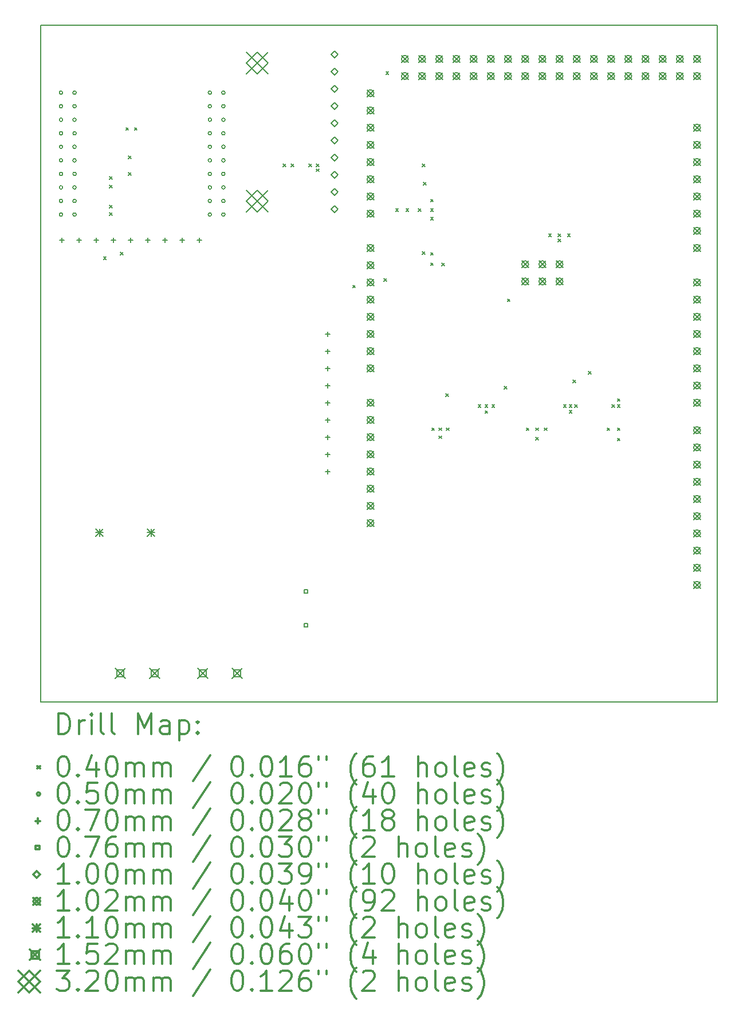
<source format=gbr>
%FSLAX45Y45*%
G04 Gerber Fmt 4.5, Leading zero omitted, Abs format (unit mm)*
G04 Created by KiCad (PCBNEW 4.0.7-e2-6376~58~ubuntu16.04.1) date Tue Oct  2 08:30:45 2018*
%MOMM*%
%LPD*%
G01*
G04 APERTURE LIST*
%ADD10C,0.127000*%
%ADD11C,0.150000*%
%ADD12C,0.200000*%
%ADD13C,0.300000*%
G04 APERTURE END LIST*
D10*
D11*
X20000000Y-5000000D02*
X10000000Y-5000000D01*
X20000000Y-15000000D02*
X20000000Y-5000000D01*
X10000000Y-15000000D02*
X20000000Y-15000000D01*
X10000000Y-5000000D02*
X10000000Y-15000000D01*
D12*
X10927400Y-8427819D02*
X10967400Y-8467819D01*
X10967400Y-8427819D02*
X10927400Y-8467819D01*
X11016300Y-7239320D02*
X11056300Y-7279320D01*
X11056300Y-7239320D02*
X11016300Y-7279320D01*
X11016300Y-7368860D02*
X11056300Y-7408860D01*
X11056300Y-7368860D02*
X11016300Y-7408860D01*
X11016300Y-7663500D02*
X11056300Y-7703500D01*
X11056300Y-7663500D02*
X11016300Y-7703500D01*
X11016300Y-7772720D02*
X11056300Y-7812720D01*
X11056300Y-7772720D02*
X11016300Y-7812720D01*
X11178860Y-8357819D02*
X11218860Y-8397819D01*
X11218860Y-8357819D02*
X11178860Y-8397819D01*
X11257600Y-6515420D02*
X11297600Y-6555420D01*
X11297600Y-6515420D02*
X11257600Y-6555420D01*
X11294800Y-7180000D02*
X11334800Y-7220000D01*
X11334800Y-7180000D02*
X11294800Y-7220000D01*
X11295700Y-6931980D02*
X11335700Y-6971980D01*
X11335700Y-6931980D02*
X11295700Y-6971980D01*
X11384600Y-6515420D02*
X11424600Y-6555420D01*
X11424600Y-6515420D02*
X11384600Y-6555420D01*
X13581700Y-7056440D02*
X13621700Y-7096440D01*
X13621700Y-7056440D02*
X13581700Y-7096440D01*
X13698540Y-7056440D02*
X13738540Y-7096440D01*
X13738540Y-7056440D02*
X13698540Y-7096440D01*
X13962700Y-7056440D02*
X14002700Y-7096440D01*
X14002700Y-7056440D02*
X13962700Y-7096440D01*
X14071920Y-7056440D02*
X14111920Y-7096440D01*
X14111920Y-7056440D02*
X14071920Y-7096440D01*
X14071920Y-7125999D02*
X14111920Y-7165999D01*
X14111920Y-7125999D02*
X14071920Y-7165999D01*
X14610400Y-8844600D02*
X14650400Y-8884600D01*
X14650400Y-8844600D02*
X14610400Y-8884600D01*
X15073950Y-8747572D02*
X15113950Y-8787572D01*
X15113950Y-8747572D02*
X15073950Y-8787572D01*
X15103160Y-5687380D02*
X15143160Y-5727380D01*
X15143160Y-5687380D02*
X15103160Y-5727380D01*
X15245400Y-7714300D02*
X15285400Y-7754300D01*
X15285400Y-7714300D02*
X15245400Y-7754300D01*
X15397800Y-7714300D02*
X15437800Y-7754300D01*
X15437800Y-7714300D02*
X15397800Y-7754300D01*
X15580680Y-7714300D02*
X15620680Y-7754300D01*
X15620680Y-7714300D02*
X15580680Y-7754300D01*
X15639100Y-7053900D02*
X15679100Y-7093900D01*
X15679100Y-7053900D02*
X15639100Y-7093900D01*
X15639862Y-8351332D02*
X15679862Y-8391332D01*
X15679862Y-8351332D02*
X15639862Y-8391332D01*
X15654340Y-7325680D02*
X15694340Y-7365680D01*
X15694340Y-7325680D02*
X15654340Y-7365680D01*
X15763560Y-7574600D02*
X15803560Y-7614600D01*
X15803560Y-7574600D02*
X15763560Y-7614600D01*
X15763560Y-7714300D02*
X15803560Y-7754300D01*
X15803560Y-7714300D02*
X15763560Y-7754300D01*
X15763560Y-7843840D02*
X15803560Y-7883840D01*
X15803560Y-7843840D02*
X15763560Y-7883840D01*
X15763560Y-8362000D02*
X15803560Y-8402000D01*
X15803560Y-8362000D02*
X15763560Y-8402000D01*
X15763560Y-8514400D02*
X15803560Y-8554400D01*
X15803560Y-8514400D02*
X15763560Y-8554400D01*
X15779308Y-10952800D02*
X15819308Y-10992800D01*
X15819308Y-10952800D02*
X15779308Y-10992800D01*
X15888274Y-10952800D02*
X15928274Y-10992800D01*
X15928274Y-10952800D02*
X15888274Y-10992800D01*
X15888274Y-11070656D02*
X15928274Y-11110656D01*
X15928274Y-11070656D02*
X15888274Y-11110656D01*
X15928660Y-8515300D02*
X15968660Y-8555300D01*
X15968660Y-8515300D02*
X15928660Y-8555300D01*
X15986572Y-10447340D02*
X16026572Y-10487340D01*
X16026572Y-10447340D02*
X15986572Y-10487340D01*
X15994700Y-10952800D02*
X16034700Y-10992800D01*
X16034700Y-10952800D02*
X15994700Y-10992800D01*
X16464600Y-10607360D02*
X16504600Y-10647360D01*
X16504600Y-10607360D02*
X16464600Y-10647360D01*
X16566200Y-10607360D02*
X16606200Y-10647360D01*
X16606200Y-10607360D02*
X16566200Y-10647360D01*
X16566200Y-10698800D02*
X16606200Y-10738800D01*
X16606200Y-10698800D02*
X16566200Y-10738800D01*
X16667800Y-10607360D02*
X16707800Y-10647360D01*
X16707800Y-10607360D02*
X16667800Y-10647360D01*
X16851696Y-10340152D02*
X16891696Y-10380152D01*
X16891696Y-10340152D02*
X16851696Y-10380152D01*
X16896400Y-9047800D02*
X16936400Y-9087800D01*
X16936400Y-9047800D02*
X16896400Y-9087800D01*
X17175800Y-10952800D02*
X17215800Y-10992800D01*
X17215800Y-10952800D02*
X17175800Y-10992800D01*
X17314230Y-10952800D02*
X17354230Y-10992800D01*
X17354230Y-10952800D02*
X17314230Y-10992800D01*
X17314500Y-11092500D02*
X17354500Y-11132500D01*
X17354500Y-11092500D02*
X17314500Y-11132500D01*
X17442500Y-10952800D02*
X17482500Y-10992800D01*
X17482500Y-10952800D02*
X17442500Y-10992800D01*
X17506000Y-8085140D02*
X17546000Y-8125140D01*
X17546000Y-8085140D02*
X17506000Y-8125140D01*
X17648000Y-8164120D02*
X17688000Y-8204120D01*
X17688000Y-8164120D02*
X17648000Y-8204120D01*
X17648240Y-8085140D02*
X17688240Y-8125140D01*
X17688240Y-8085140D02*
X17648240Y-8125140D01*
X17726980Y-10607360D02*
X17766980Y-10647360D01*
X17766980Y-10607360D02*
X17726980Y-10647360D01*
X17785400Y-8085140D02*
X17825400Y-8125140D01*
X17825400Y-8085140D02*
X17785400Y-8125140D01*
X17810800Y-10607360D02*
X17850800Y-10647360D01*
X17850800Y-10607360D02*
X17810800Y-10647360D01*
X17810800Y-10696260D02*
X17850800Y-10736260D01*
X17850800Y-10696260D02*
X17810800Y-10736260D01*
X17866680Y-10243632D02*
X17906680Y-10283632D01*
X17906680Y-10243632D02*
X17866680Y-10283632D01*
X17894620Y-10607360D02*
X17934620Y-10647360D01*
X17934620Y-10607360D02*
X17894620Y-10647360D01*
X18096042Y-10116378D02*
X18136042Y-10156378D01*
X18136042Y-10116378D02*
X18096042Y-10156378D01*
X18369600Y-10952800D02*
X18409600Y-10992800D01*
X18409600Y-10952800D02*
X18369600Y-10992800D01*
X18440720Y-10607360D02*
X18480720Y-10647360D01*
X18480720Y-10607360D02*
X18440720Y-10647360D01*
X18522000Y-10521000D02*
X18562000Y-10561000D01*
X18562000Y-10521000D02*
X18522000Y-10561000D01*
X18522000Y-10607360D02*
X18562000Y-10647360D01*
X18562000Y-10607360D02*
X18522000Y-10647360D01*
X18522000Y-10952800D02*
X18562000Y-10992800D01*
X18562000Y-10952800D02*
X18522000Y-10992800D01*
X18522000Y-11105200D02*
X18562000Y-11145200D01*
X18562000Y-11105200D02*
X18522000Y-11145200D01*
X10325000Y-6000000D02*
G75*
G03X10325000Y-6000000I-25000J0D01*
G01*
X10325000Y-6200000D02*
G75*
G03X10325000Y-6200000I-25000J0D01*
G01*
X10325000Y-6400000D02*
G75*
G03X10325000Y-6400000I-25000J0D01*
G01*
X10325000Y-6600000D02*
G75*
G03X10325000Y-6600000I-25000J0D01*
G01*
X10325000Y-6800000D02*
G75*
G03X10325000Y-6800000I-25000J0D01*
G01*
X10325000Y-7000000D02*
G75*
G03X10325000Y-7000000I-25000J0D01*
G01*
X10325000Y-7200000D02*
G75*
G03X10325000Y-7200000I-25000J0D01*
G01*
X10325000Y-7400000D02*
G75*
G03X10325000Y-7400000I-25000J0D01*
G01*
X10325000Y-7600000D02*
G75*
G03X10325000Y-7600000I-25000J0D01*
G01*
X10325000Y-7800000D02*
G75*
G03X10325000Y-7800000I-25000J0D01*
G01*
X10525000Y-6000000D02*
G75*
G03X10525000Y-6000000I-25000J0D01*
G01*
X10525000Y-6200000D02*
G75*
G03X10525000Y-6200000I-25000J0D01*
G01*
X10525000Y-6400000D02*
G75*
G03X10525000Y-6400000I-25000J0D01*
G01*
X10525000Y-6600000D02*
G75*
G03X10525000Y-6600000I-25000J0D01*
G01*
X10525000Y-6800000D02*
G75*
G03X10525000Y-6800000I-25000J0D01*
G01*
X10525000Y-7000000D02*
G75*
G03X10525000Y-7000000I-25000J0D01*
G01*
X10525000Y-7200000D02*
G75*
G03X10525000Y-7200000I-25000J0D01*
G01*
X10525000Y-7400000D02*
G75*
G03X10525000Y-7400000I-25000J0D01*
G01*
X10525000Y-7600000D02*
G75*
G03X10525000Y-7600000I-25000J0D01*
G01*
X10525000Y-7800000D02*
G75*
G03X10525000Y-7800000I-25000J0D01*
G01*
X12525000Y-6000000D02*
G75*
G03X12525000Y-6000000I-25000J0D01*
G01*
X12525000Y-6200000D02*
G75*
G03X12525000Y-6200000I-25000J0D01*
G01*
X12525000Y-6400000D02*
G75*
G03X12525000Y-6400000I-25000J0D01*
G01*
X12525000Y-6600000D02*
G75*
G03X12525000Y-6600000I-25000J0D01*
G01*
X12525000Y-6800000D02*
G75*
G03X12525000Y-6800000I-25000J0D01*
G01*
X12525000Y-7000000D02*
G75*
G03X12525000Y-7000000I-25000J0D01*
G01*
X12525000Y-7200000D02*
G75*
G03X12525000Y-7200000I-25000J0D01*
G01*
X12525000Y-7400000D02*
G75*
G03X12525000Y-7400000I-25000J0D01*
G01*
X12525000Y-7600000D02*
G75*
G03X12525000Y-7600000I-25000J0D01*
G01*
X12525000Y-7800000D02*
G75*
G03X12525000Y-7800000I-25000J0D01*
G01*
X12725000Y-6000000D02*
G75*
G03X12725000Y-6000000I-25000J0D01*
G01*
X12725000Y-6200000D02*
G75*
G03X12725000Y-6200000I-25000J0D01*
G01*
X12725000Y-6400000D02*
G75*
G03X12725000Y-6400000I-25000J0D01*
G01*
X12725000Y-6600000D02*
G75*
G03X12725000Y-6600000I-25000J0D01*
G01*
X12725000Y-6800000D02*
G75*
G03X12725000Y-6800000I-25000J0D01*
G01*
X12725000Y-7000000D02*
G75*
G03X12725000Y-7000000I-25000J0D01*
G01*
X12725000Y-7200000D02*
G75*
G03X12725000Y-7200000I-25000J0D01*
G01*
X12725000Y-7400000D02*
G75*
G03X12725000Y-7400000I-25000J0D01*
G01*
X12725000Y-7600000D02*
G75*
G03X12725000Y-7600000I-25000J0D01*
G01*
X12725000Y-7800000D02*
G75*
G03X12725000Y-7800000I-25000J0D01*
G01*
X10312400Y-8143800D02*
X10312400Y-8213800D01*
X10277400Y-8178800D02*
X10347400Y-8178800D01*
X10566400Y-8143800D02*
X10566400Y-8213800D01*
X10531400Y-8178800D02*
X10601400Y-8178800D01*
X10820400Y-8143800D02*
X10820400Y-8213800D01*
X10785400Y-8178800D02*
X10855400Y-8178800D01*
X11074400Y-8143800D02*
X11074400Y-8213800D01*
X11039400Y-8178800D02*
X11109400Y-8178800D01*
X11328400Y-8143800D02*
X11328400Y-8213800D01*
X11293400Y-8178800D02*
X11363400Y-8178800D01*
X11582400Y-8143800D02*
X11582400Y-8213800D01*
X11547400Y-8178800D02*
X11617400Y-8178800D01*
X11836400Y-8143800D02*
X11836400Y-8213800D01*
X11801400Y-8178800D02*
X11871400Y-8178800D01*
X12090400Y-8143800D02*
X12090400Y-8213800D01*
X12055400Y-8178800D02*
X12125400Y-8178800D01*
X12344400Y-8143800D02*
X12344400Y-8213800D01*
X12309400Y-8178800D02*
X12379400Y-8178800D01*
X14238986Y-9528862D02*
X14238986Y-9598862D01*
X14203986Y-9563862D02*
X14273986Y-9563862D01*
X14238986Y-9782862D02*
X14238986Y-9852862D01*
X14203986Y-9817862D02*
X14273986Y-9817862D01*
X14238986Y-10036862D02*
X14238986Y-10106862D01*
X14203986Y-10071862D02*
X14273986Y-10071862D01*
X14238986Y-10290862D02*
X14238986Y-10360862D01*
X14203986Y-10325862D02*
X14273986Y-10325862D01*
X14238986Y-10544862D02*
X14238986Y-10614862D01*
X14203986Y-10579862D02*
X14273986Y-10579862D01*
X14238986Y-10798862D02*
X14238986Y-10868862D01*
X14203986Y-10833862D02*
X14273986Y-10833862D01*
X14238986Y-11052862D02*
X14238986Y-11122862D01*
X14203986Y-11087862D02*
X14273986Y-11087862D01*
X14238986Y-11306862D02*
X14238986Y-11376862D01*
X14203986Y-11341862D02*
X14273986Y-11341862D01*
X14238986Y-11560862D02*
X14238986Y-11630862D01*
X14203986Y-11595862D02*
X14273986Y-11595862D01*
X13946141Y-13395341D02*
X13946141Y-13341459D01*
X13892259Y-13341459D01*
X13892259Y-13395341D01*
X13946141Y-13395341D01*
X13946141Y-13895341D02*
X13946141Y-13841459D01*
X13892259Y-13841459D01*
X13892259Y-13895341D01*
X13946141Y-13895341D01*
X14340000Y-5488000D02*
X14390000Y-5438000D01*
X14340000Y-5388000D01*
X14290000Y-5438000D01*
X14340000Y-5488000D01*
X14340000Y-5742000D02*
X14390000Y-5692000D01*
X14340000Y-5642000D01*
X14290000Y-5692000D01*
X14340000Y-5742000D01*
X14340000Y-5996000D02*
X14390000Y-5946000D01*
X14340000Y-5896000D01*
X14290000Y-5946000D01*
X14340000Y-5996000D01*
X14340000Y-6250000D02*
X14390000Y-6200000D01*
X14340000Y-6150000D01*
X14290000Y-6200000D01*
X14340000Y-6250000D01*
X14340000Y-6504000D02*
X14390000Y-6454000D01*
X14340000Y-6404000D01*
X14290000Y-6454000D01*
X14340000Y-6504000D01*
X14340000Y-6758000D02*
X14390000Y-6708000D01*
X14340000Y-6658000D01*
X14290000Y-6708000D01*
X14340000Y-6758000D01*
X14340000Y-7012000D02*
X14390000Y-6962000D01*
X14340000Y-6912000D01*
X14290000Y-6962000D01*
X14340000Y-7012000D01*
X14340000Y-7266000D02*
X14390000Y-7216000D01*
X14340000Y-7166000D01*
X14290000Y-7216000D01*
X14340000Y-7266000D01*
X14340000Y-7520000D02*
X14390000Y-7470000D01*
X14340000Y-7420000D01*
X14290000Y-7470000D01*
X14340000Y-7520000D01*
X14340000Y-7774000D02*
X14390000Y-7724000D01*
X14340000Y-7674000D01*
X14290000Y-7724000D01*
X14340000Y-7774000D01*
X14823200Y-5957200D02*
X14924800Y-6058800D01*
X14924800Y-5957200D02*
X14823200Y-6058800D01*
X14924800Y-6008000D02*
G75*
G03X14924800Y-6008000I-50800J0D01*
G01*
X14823200Y-6211200D02*
X14924800Y-6312800D01*
X14924800Y-6211200D02*
X14823200Y-6312800D01*
X14924800Y-6262000D02*
G75*
G03X14924800Y-6262000I-50800J0D01*
G01*
X14823200Y-6465200D02*
X14924800Y-6566800D01*
X14924800Y-6465200D02*
X14823200Y-6566800D01*
X14924800Y-6516000D02*
G75*
G03X14924800Y-6516000I-50800J0D01*
G01*
X14823200Y-6719200D02*
X14924800Y-6820800D01*
X14924800Y-6719200D02*
X14823200Y-6820800D01*
X14924800Y-6770000D02*
G75*
G03X14924800Y-6770000I-50800J0D01*
G01*
X14823200Y-6973200D02*
X14924800Y-7074800D01*
X14924800Y-6973200D02*
X14823200Y-7074800D01*
X14924800Y-7024000D02*
G75*
G03X14924800Y-7024000I-50800J0D01*
G01*
X14823200Y-7227200D02*
X14924800Y-7328800D01*
X14924800Y-7227200D02*
X14823200Y-7328800D01*
X14924800Y-7278000D02*
G75*
G03X14924800Y-7278000I-50800J0D01*
G01*
X14823200Y-7481200D02*
X14924800Y-7582800D01*
X14924800Y-7481200D02*
X14823200Y-7582800D01*
X14924800Y-7532000D02*
G75*
G03X14924800Y-7532000I-50800J0D01*
G01*
X14823200Y-7735200D02*
X14924800Y-7836800D01*
X14924800Y-7735200D02*
X14823200Y-7836800D01*
X14924800Y-7786000D02*
G75*
G03X14924800Y-7786000I-50800J0D01*
G01*
X14823200Y-8243200D02*
X14924800Y-8344800D01*
X14924800Y-8243200D02*
X14823200Y-8344800D01*
X14924800Y-8294000D02*
G75*
G03X14924800Y-8294000I-50800J0D01*
G01*
X14823200Y-8497200D02*
X14924800Y-8598800D01*
X14924800Y-8497200D02*
X14823200Y-8598800D01*
X14924800Y-8548000D02*
G75*
G03X14924800Y-8548000I-50800J0D01*
G01*
X14823200Y-8751200D02*
X14924800Y-8852800D01*
X14924800Y-8751200D02*
X14823200Y-8852800D01*
X14924800Y-8802000D02*
G75*
G03X14924800Y-8802000I-50800J0D01*
G01*
X14823200Y-9005200D02*
X14924800Y-9106800D01*
X14924800Y-9005200D02*
X14823200Y-9106800D01*
X14924800Y-9056000D02*
G75*
G03X14924800Y-9056000I-50800J0D01*
G01*
X14823200Y-9259200D02*
X14924800Y-9360800D01*
X14924800Y-9259200D02*
X14823200Y-9360800D01*
X14924800Y-9310000D02*
G75*
G03X14924800Y-9310000I-50800J0D01*
G01*
X14823200Y-9513200D02*
X14924800Y-9614800D01*
X14924800Y-9513200D02*
X14823200Y-9614800D01*
X14924800Y-9564000D02*
G75*
G03X14924800Y-9564000I-50800J0D01*
G01*
X14823200Y-9767200D02*
X14924800Y-9868800D01*
X14924800Y-9767200D02*
X14823200Y-9868800D01*
X14924800Y-9818000D02*
G75*
G03X14924800Y-9818000I-50800J0D01*
G01*
X14823200Y-10021200D02*
X14924800Y-10122800D01*
X14924800Y-10021200D02*
X14823200Y-10122800D01*
X14924800Y-10072000D02*
G75*
G03X14924800Y-10072000I-50800J0D01*
G01*
X14823200Y-10529200D02*
X14924800Y-10630800D01*
X14924800Y-10529200D02*
X14823200Y-10630800D01*
X14924800Y-10580000D02*
G75*
G03X14924800Y-10580000I-50800J0D01*
G01*
X14823200Y-10783200D02*
X14924800Y-10884800D01*
X14924800Y-10783200D02*
X14823200Y-10884800D01*
X14924800Y-10834000D02*
G75*
G03X14924800Y-10834000I-50800J0D01*
G01*
X14823200Y-11037200D02*
X14924800Y-11138800D01*
X14924800Y-11037200D02*
X14823200Y-11138800D01*
X14924800Y-11088000D02*
G75*
G03X14924800Y-11088000I-50800J0D01*
G01*
X14823200Y-11291200D02*
X14924800Y-11392800D01*
X14924800Y-11291200D02*
X14823200Y-11392800D01*
X14924800Y-11342000D02*
G75*
G03X14924800Y-11342000I-50800J0D01*
G01*
X14823200Y-11545200D02*
X14924800Y-11646800D01*
X14924800Y-11545200D02*
X14823200Y-11646800D01*
X14924800Y-11596000D02*
G75*
G03X14924800Y-11596000I-50800J0D01*
G01*
X14823200Y-11799200D02*
X14924800Y-11900800D01*
X14924800Y-11799200D02*
X14823200Y-11900800D01*
X14924800Y-11850000D02*
G75*
G03X14924800Y-11850000I-50800J0D01*
G01*
X14823200Y-12053200D02*
X14924800Y-12154800D01*
X14924800Y-12053200D02*
X14823200Y-12154800D01*
X14924800Y-12104000D02*
G75*
G03X14924800Y-12104000I-50800J0D01*
G01*
X14823200Y-12307200D02*
X14924800Y-12408800D01*
X14924800Y-12307200D02*
X14823200Y-12408800D01*
X14924800Y-12358000D02*
G75*
G03X14924800Y-12358000I-50800J0D01*
G01*
X15331200Y-5449200D02*
X15432800Y-5550800D01*
X15432800Y-5449200D02*
X15331200Y-5550800D01*
X15432800Y-5500000D02*
G75*
G03X15432800Y-5500000I-50800J0D01*
G01*
X15331200Y-5703200D02*
X15432800Y-5804800D01*
X15432800Y-5703200D02*
X15331200Y-5804800D01*
X15432800Y-5754000D02*
G75*
G03X15432800Y-5754000I-50800J0D01*
G01*
X15585200Y-5449200D02*
X15686800Y-5550800D01*
X15686800Y-5449200D02*
X15585200Y-5550800D01*
X15686800Y-5500000D02*
G75*
G03X15686800Y-5500000I-50800J0D01*
G01*
X15585200Y-5703200D02*
X15686800Y-5804800D01*
X15686800Y-5703200D02*
X15585200Y-5804800D01*
X15686800Y-5754000D02*
G75*
G03X15686800Y-5754000I-50800J0D01*
G01*
X15839200Y-5449200D02*
X15940800Y-5550800D01*
X15940800Y-5449200D02*
X15839200Y-5550800D01*
X15940800Y-5500000D02*
G75*
G03X15940800Y-5500000I-50800J0D01*
G01*
X15839200Y-5703200D02*
X15940800Y-5804800D01*
X15940800Y-5703200D02*
X15839200Y-5804800D01*
X15940800Y-5754000D02*
G75*
G03X15940800Y-5754000I-50800J0D01*
G01*
X16093200Y-5449200D02*
X16194800Y-5550800D01*
X16194800Y-5449200D02*
X16093200Y-5550800D01*
X16194800Y-5500000D02*
G75*
G03X16194800Y-5500000I-50800J0D01*
G01*
X16093200Y-5703200D02*
X16194800Y-5804800D01*
X16194800Y-5703200D02*
X16093200Y-5804800D01*
X16194800Y-5754000D02*
G75*
G03X16194800Y-5754000I-50800J0D01*
G01*
X16347200Y-5449200D02*
X16448800Y-5550800D01*
X16448800Y-5449200D02*
X16347200Y-5550800D01*
X16448800Y-5500000D02*
G75*
G03X16448800Y-5500000I-50800J0D01*
G01*
X16347200Y-5703200D02*
X16448800Y-5804800D01*
X16448800Y-5703200D02*
X16347200Y-5804800D01*
X16448800Y-5754000D02*
G75*
G03X16448800Y-5754000I-50800J0D01*
G01*
X16601200Y-5449200D02*
X16702800Y-5550800D01*
X16702800Y-5449200D02*
X16601200Y-5550800D01*
X16702800Y-5500000D02*
G75*
G03X16702800Y-5500000I-50800J0D01*
G01*
X16601200Y-5703200D02*
X16702800Y-5804800D01*
X16702800Y-5703200D02*
X16601200Y-5804800D01*
X16702800Y-5754000D02*
G75*
G03X16702800Y-5754000I-50800J0D01*
G01*
X16855200Y-5449200D02*
X16956800Y-5550800D01*
X16956800Y-5449200D02*
X16855200Y-5550800D01*
X16956800Y-5500000D02*
G75*
G03X16956800Y-5500000I-50800J0D01*
G01*
X16855200Y-5703200D02*
X16956800Y-5804800D01*
X16956800Y-5703200D02*
X16855200Y-5804800D01*
X16956800Y-5754000D02*
G75*
G03X16956800Y-5754000I-50800J0D01*
G01*
X17109200Y-5449200D02*
X17210800Y-5550800D01*
X17210800Y-5449200D02*
X17109200Y-5550800D01*
X17210800Y-5500000D02*
G75*
G03X17210800Y-5500000I-50800J0D01*
G01*
X17109200Y-5703200D02*
X17210800Y-5804800D01*
X17210800Y-5703200D02*
X17109200Y-5804800D01*
X17210800Y-5754000D02*
G75*
G03X17210800Y-5754000I-50800J0D01*
G01*
X17109200Y-8484500D02*
X17210800Y-8586100D01*
X17210800Y-8484500D02*
X17109200Y-8586100D01*
X17210800Y-8535300D02*
G75*
G03X17210800Y-8535300I-50800J0D01*
G01*
X17109200Y-8738500D02*
X17210800Y-8840100D01*
X17210800Y-8738500D02*
X17109200Y-8840100D01*
X17210800Y-8789300D02*
G75*
G03X17210800Y-8789300I-50800J0D01*
G01*
X17363200Y-5449200D02*
X17464800Y-5550800D01*
X17464800Y-5449200D02*
X17363200Y-5550800D01*
X17464800Y-5500000D02*
G75*
G03X17464800Y-5500000I-50800J0D01*
G01*
X17363200Y-5703200D02*
X17464800Y-5804800D01*
X17464800Y-5703200D02*
X17363200Y-5804800D01*
X17464800Y-5754000D02*
G75*
G03X17464800Y-5754000I-50800J0D01*
G01*
X17363200Y-8484500D02*
X17464800Y-8586100D01*
X17464800Y-8484500D02*
X17363200Y-8586100D01*
X17464800Y-8535300D02*
G75*
G03X17464800Y-8535300I-50800J0D01*
G01*
X17363200Y-8738500D02*
X17464800Y-8840100D01*
X17464800Y-8738500D02*
X17363200Y-8840100D01*
X17464800Y-8789300D02*
G75*
G03X17464800Y-8789300I-50800J0D01*
G01*
X17617200Y-5449200D02*
X17718800Y-5550800D01*
X17718800Y-5449200D02*
X17617200Y-5550800D01*
X17718800Y-5500000D02*
G75*
G03X17718800Y-5500000I-50800J0D01*
G01*
X17617200Y-5703200D02*
X17718800Y-5804800D01*
X17718800Y-5703200D02*
X17617200Y-5804800D01*
X17718800Y-5754000D02*
G75*
G03X17718800Y-5754000I-50800J0D01*
G01*
X17617200Y-8484500D02*
X17718800Y-8586100D01*
X17718800Y-8484500D02*
X17617200Y-8586100D01*
X17718800Y-8535300D02*
G75*
G03X17718800Y-8535300I-50800J0D01*
G01*
X17617200Y-8738500D02*
X17718800Y-8840100D01*
X17718800Y-8738500D02*
X17617200Y-8840100D01*
X17718800Y-8789300D02*
G75*
G03X17718800Y-8789300I-50800J0D01*
G01*
X17871200Y-5449200D02*
X17972800Y-5550800D01*
X17972800Y-5449200D02*
X17871200Y-5550800D01*
X17972800Y-5500000D02*
G75*
G03X17972800Y-5500000I-50800J0D01*
G01*
X17871200Y-5703200D02*
X17972800Y-5804800D01*
X17972800Y-5703200D02*
X17871200Y-5804800D01*
X17972800Y-5754000D02*
G75*
G03X17972800Y-5754000I-50800J0D01*
G01*
X18125200Y-5449200D02*
X18226800Y-5550800D01*
X18226800Y-5449200D02*
X18125200Y-5550800D01*
X18226800Y-5500000D02*
G75*
G03X18226800Y-5500000I-50800J0D01*
G01*
X18125200Y-5703200D02*
X18226800Y-5804800D01*
X18226800Y-5703200D02*
X18125200Y-5804800D01*
X18226800Y-5754000D02*
G75*
G03X18226800Y-5754000I-50800J0D01*
G01*
X18379200Y-5449200D02*
X18480800Y-5550800D01*
X18480800Y-5449200D02*
X18379200Y-5550800D01*
X18480800Y-5500000D02*
G75*
G03X18480800Y-5500000I-50800J0D01*
G01*
X18379200Y-5703200D02*
X18480800Y-5804800D01*
X18480800Y-5703200D02*
X18379200Y-5804800D01*
X18480800Y-5754000D02*
G75*
G03X18480800Y-5754000I-50800J0D01*
G01*
X18633200Y-5449200D02*
X18734800Y-5550800D01*
X18734800Y-5449200D02*
X18633200Y-5550800D01*
X18734800Y-5500000D02*
G75*
G03X18734800Y-5500000I-50800J0D01*
G01*
X18633200Y-5703200D02*
X18734800Y-5804800D01*
X18734800Y-5703200D02*
X18633200Y-5804800D01*
X18734800Y-5754000D02*
G75*
G03X18734800Y-5754000I-50800J0D01*
G01*
X18887200Y-5449200D02*
X18988800Y-5550800D01*
X18988800Y-5449200D02*
X18887200Y-5550800D01*
X18988800Y-5500000D02*
G75*
G03X18988800Y-5500000I-50800J0D01*
G01*
X18887200Y-5703200D02*
X18988800Y-5804800D01*
X18988800Y-5703200D02*
X18887200Y-5804800D01*
X18988800Y-5754000D02*
G75*
G03X18988800Y-5754000I-50800J0D01*
G01*
X19141200Y-5449200D02*
X19242800Y-5550800D01*
X19242800Y-5449200D02*
X19141200Y-5550800D01*
X19242800Y-5500000D02*
G75*
G03X19242800Y-5500000I-50800J0D01*
G01*
X19141200Y-5703200D02*
X19242800Y-5804800D01*
X19242800Y-5703200D02*
X19141200Y-5804800D01*
X19242800Y-5754000D02*
G75*
G03X19242800Y-5754000I-50800J0D01*
G01*
X19395200Y-5449200D02*
X19496800Y-5550800D01*
X19496800Y-5449200D02*
X19395200Y-5550800D01*
X19496800Y-5500000D02*
G75*
G03X19496800Y-5500000I-50800J0D01*
G01*
X19395200Y-5703200D02*
X19496800Y-5804800D01*
X19496800Y-5703200D02*
X19395200Y-5804800D01*
X19496800Y-5754000D02*
G75*
G03X19496800Y-5754000I-50800J0D01*
G01*
X19649200Y-5449200D02*
X19750800Y-5550800D01*
X19750800Y-5449200D02*
X19649200Y-5550800D01*
X19750800Y-5500000D02*
G75*
G03X19750800Y-5500000I-50800J0D01*
G01*
X19649200Y-5703200D02*
X19750800Y-5804800D01*
X19750800Y-5703200D02*
X19649200Y-5804800D01*
X19750800Y-5754000D02*
G75*
G03X19750800Y-5754000I-50800J0D01*
G01*
X19649200Y-6465200D02*
X19750800Y-6566800D01*
X19750800Y-6465200D02*
X19649200Y-6566800D01*
X19750800Y-6516000D02*
G75*
G03X19750800Y-6516000I-50800J0D01*
G01*
X19649200Y-6719200D02*
X19750800Y-6820800D01*
X19750800Y-6719200D02*
X19649200Y-6820800D01*
X19750800Y-6770000D02*
G75*
G03X19750800Y-6770000I-50800J0D01*
G01*
X19649200Y-6973200D02*
X19750800Y-7074800D01*
X19750800Y-6973200D02*
X19649200Y-7074800D01*
X19750800Y-7024000D02*
G75*
G03X19750800Y-7024000I-50800J0D01*
G01*
X19649200Y-7227200D02*
X19750800Y-7328800D01*
X19750800Y-7227200D02*
X19649200Y-7328800D01*
X19750800Y-7278000D02*
G75*
G03X19750800Y-7278000I-50800J0D01*
G01*
X19649200Y-7481200D02*
X19750800Y-7582800D01*
X19750800Y-7481200D02*
X19649200Y-7582800D01*
X19750800Y-7532000D02*
G75*
G03X19750800Y-7532000I-50800J0D01*
G01*
X19649200Y-7735200D02*
X19750800Y-7836800D01*
X19750800Y-7735200D02*
X19649200Y-7836800D01*
X19750800Y-7786000D02*
G75*
G03X19750800Y-7786000I-50800J0D01*
G01*
X19649200Y-7989200D02*
X19750800Y-8090800D01*
X19750800Y-7989200D02*
X19649200Y-8090800D01*
X19750800Y-8040000D02*
G75*
G03X19750800Y-8040000I-50800J0D01*
G01*
X19649200Y-8243200D02*
X19750800Y-8344800D01*
X19750800Y-8243200D02*
X19649200Y-8344800D01*
X19750800Y-8294000D02*
G75*
G03X19750800Y-8294000I-50800J0D01*
G01*
X19649200Y-8751200D02*
X19750800Y-8852800D01*
X19750800Y-8751200D02*
X19649200Y-8852800D01*
X19750800Y-8802000D02*
G75*
G03X19750800Y-8802000I-50800J0D01*
G01*
X19649200Y-9005200D02*
X19750800Y-9106800D01*
X19750800Y-9005200D02*
X19649200Y-9106800D01*
X19750800Y-9056000D02*
G75*
G03X19750800Y-9056000I-50800J0D01*
G01*
X19649200Y-9259200D02*
X19750800Y-9360800D01*
X19750800Y-9259200D02*
X19649200Y-9360800D01*
X19750800Y-9310000D02*
G75*
G03X19750800Y-9310000I-50800J0D01*
G01*
X19649200Y-9513200D02*
X19750800Y-9614800D01*
X19750800Y-9513200D02*
X19649200Y-9614800D01*
X19750800Y-9564000D02*
G75*
G03X19750800Y-9564000I-50800J0D01*
G01*
X19649200Y-9767200D02*
X19750800Y-9868800D01*
X19750800Y-9767200D02*
X19649200Y-9868800D01*
X19750800Y-9818000D02*
G75*
G03X19750800Y-9818000I-50800J0D01*
G01*
X19649200Y-10021200D02*
X19750800Y-10122800D01*
X19750800Y-10021200D02*
X19649200Y-10122800D01*
X19750800Y-10072000D02*
G75*
G03X19750800Y-10072000I-50800J0D01*
G01*
X19649200Y-10275200D02*
X19750800Y-10376800D01*
X19750800Y-10275200D02*
X19649200Y-10376800D01*
X19750800Y-10326000D02*
G75*
G03X19750800Y-10326000I-50800J0D01*
G01*
X19649200Y-10529200D02*
X19750800Y-10630800D01*
X19750800Y-10529200D02*
X19649200Y-10630800D01*
X19750800Y-10580000D02*
G75*
G03X19750800Y-10580000I-50800J0D01*
G01*
X19649200Y-10935600D02*
X19750800Y-11037200D01*
X19750800Y-10935600D02*
X19649200Y-11037200D01*
X19750800Y-10986400D02*
G75*
G03X19750800Y-10986400I-50800J0D01*
G01*
X19649200Y-11189600D02*
X19750800Y-11291200D01*
X19750800Y-11189600D02*
X19649200Y-11291200D01*
X19750800Y-11240400D02*
G75*
G03X19750800Y-11240400I-50800J0D01*
G01*
X19649200Y-11443600D02*
X19750800Y-11545200D01*
X19750800Y-11443600D02*
X19649200Y-11545200D01*
X19750800Y-11494400D02*
G75*
G03X19750800Y-11494400I-50800J0D01*
G01*
X19649200Y-11697600D02*
X19750800Y-11799200D01*
X19750800Y-11697600D02*
X19649200Y-11799200D01*
X19750800Y-11748400D02*
G75*
G03X19750800Y-11748400I-50800J0D01*
G01*
X19649200Y-11951600D02*
X19750800Y-12053200D01*
X19750800Y-11951600D02*
X19649200Y-12053200D01*
X19750800Y-12002400D02*
G75*
G03X19750800Y-12002400I-50800J0D01*
G01*
X19649200Y-12205600D02*
X19750800Y-12307200D01*
X19750800Y-12205600D02*
X19649200Y-12307200D01*
X19750800Y-12256400D02*
G75*
G03X19750800Y-12256400I-50800J0D01*
G01*
X19649200Y-12459600D02*
X19750800Y-12561200D01*
X19750800Y-12459600D02*
X19649200Y-12561200D01*
X19750800Y-12510400D02*
G75*
G03X19750800Y-12510400I-50800J0D01*
G01*
X19649200Y-12713600D02*
X19750800Y-12815200D01*
X19750800Y-12713600D02*
X19649200Y-12815200D01*
X19750800Y-12764400D02*
G75*
G03X19750800Y-12764400I-50800J0D01*
G01*
X19649200Y-12967600D02*
X19750800Y-13069200D01*
X19750800Y-12967600D02*
X19649200Y-13069200D01*
X19750800Y-13018400D02*
G75*
G03X19750800Y-13018400I-50800J0D01*
G01*
X19649200Y-13221600D02*
X19750800Y-13323200D01*
X19750800Y-13221600D02*
X19649200Y-13323200D01*
X19750800Y-13272400D02*
G75*
G03X19750800Y-13272400I-50800J0D01*
G01*
X10816200Y-12441800D02*
X10926200Y-12551800D01*
X10926200Y-12441800D02*
X10816200Y-12551800D01*
X10871200Y-12441800D02*
X10871200Y-12551800D01*
X10816200Y-12496800D02*
X10926200Y-12496800D01*
X11578200Y-12441800D02*
X11688200Y-12551800D01*
X11688200Y-12441800D02*
X11578200Y-12551800D01*
X11633200Y-12441800D02*
X11633200Y-12551800D01*
X11578200Y-12496800D02*
X11688200Y-12496800D01*
X11100000Y-14503600D02*
X11252000Y-14655600D01*
X11252000Y-14503600D02*
X11100000Y-14655600D01*
X11229741Y-14633341D02*
X11229741Y-14525859D01*
X11122259Y-14525859D01*
X11122259Y-14633341D01*
X11229741Y-14633341D01*
X11608000Y-14503600D02*
X11760000Y-14655600D01*
X11760000Y-14503600D02*
X11608000Y-14655600D01*
X11737741Y-14633341D02*
X11737741Y-14525859D01*
X11630259Y-14525859D01*
X11630259Y-14633341D01*
X11737741Y-14633341D01*
X12319200Y-14503600D02*
X12471200Y-14655600D01*
X12471200Y-14503600D02*
X12319200Y-14655600D01*
X12448941Y-14633341D02*
X12448941Y-14525859D01*
X12341459Y-14525859D01*
X12341459Y-14633341D01*
X12448941Y-14633341D01*
X12827200Y-14503600D02*
X12979200Y-14655600D01*
X12979200Y-14503600D02*
X12827200Y-14655600D01*
X12956941Y-14633341D02*
X12956941Y-14525859D01*
X12849459Y-14525859D01*
X12849459Y-14633341D01*
X12956941Y-14633341D01*
X13040000Y-5402500D02*
X13360000Y-5722500D01*
X13360000Y-5402500D02*
X13040000Y-5722500D01*
X13200000Y-5722500D02*
X13360000Y-5562500D01*
X13200000Y-5402500D01*
X13040000Y-5562500D01*
X13200000Y-5722500D01*
X13040000Y-7439900D02*
X13360000Y-7759900D01*
X13360000Y-7439900D02*
X13040000Y-7759900D01*
X13200000Y-7759900D02*
X13360000Y-7599900D01*
X13200000Y-7439900D01*
X13040000Y-7599900D01*
X13200000Y-7759900D01*
D13*
X10263929Y-15473214D02*
X10263929Y-15173214D01*
X10335357Y-15173214D01*
X10378214Y-15187500D01*
X10406786Y-15216071D01*
X10421071Y-15244643D01*
X10435357Y-15301786D01*
X10435357Y-15344643D01*
X10421071Y-15401786D01*
X10406786Y-15430357D01*
X10378214Y-15458929D01*
X10335357Y-15473214D01*
X10263929Y-15473214D01*
X10563929Y-15473214D02*
X10563929Y-15273214D01*
X10563929Y-15330357D02*
X10578214Y-15301786D01*
X10592500Y-15287500D01*
X10621071Y-15273214D01*
X10649643Y-15273214D01*
X10749643Y-15473214D02*
X10749643Y-15273214D01*
X10749643Y-15173214D02*
X10735357Y-15187500D01*
X10749643Y-15201786D01*
X10763929Y-15187500D01*
X10749643Y-15173214D01*
X10749643Y-15201786D01*
X10935357Y-15473214D02*
X10906786Y-15458929D01*
X10892500Y-15430357D01*
X10892500Y-15173214D01*
X11092500Y-15473214D02*
X11063929Y-15458929D01*
X11049643Y-15430357D01*
X11049643Y-15173214D01*
X11435357Y-15473214D02*
X11435357Y-15173214D01*
X11535357Y-15387500D01*
X11635357Y-15173214D01*
X11635357Y-15473214D01*
X11906786Y-15473214D02*
X11906786Y-15316071D01*
X11892500Y-15287500D01*
X11863928Y-15273214D01*
X11806786Y-15273214D01*
X11778214Y-15287500D01*
X11906786Y-15458929D02*
X11878214Y-15473214D01*
X11806786Y-15473214D01*
X11778214Y-15458929D01*
X11763928Y-15430357D01*
X11763928Y-15401786D01*
X11778214Y-15373214D01*
X11806786Y-15358929D01*
X11878214Y-15358929D01*
X11906786Y-15344643D01*
X12049643Y-15273214D02*
X12049643Y-15573214D01*
X12049643Y-15287500D02*
X12078214Y-15273214D01*
X12135357Y-15273214D01*
X12163928Y-15287500D01*
X12178214Y-15301786D01*
X12192500Y-15330357D01*
X12192500Y-15416071D01*
X12178214Y-15444643D01*
X12163928Y-15458929D01*
X12135357Y-15473214D01*
X12078214Y-15473214D01*
X12049643Y-15458929D01*
X12321071Y-15444643D02*
X12335357Y-15458929D01*
X12321071Y-15473214D01*
X12306786Y-15458929D01*
X12321071Y-15444643D01*
X12321071Y-15473214D01*
X12321071Y-15287500D02*
X12335357Y-15301786D01*
X12321071Y-15316071D01*
X12306786Y-15301786D01*
X12321071Y-15287500D01*
X12321071Y-15316071D01*
X9952500Y-15947500D02*
X9992500Y-15987500D01*
X9992500Y-15947500D02*
X9952500Y-15987500D01*
X10321071Y-15803214D02*
X10349643Y-15803214D01*
X10378214Y-15817500D01*
X10392500Y-15831786D01*
X10406786Y-15860357D01*
X10421071Y-15917500D01*
X10421071Y-15988929D01*
X10406786Y-16046071D01*
X10392500Y-16074643D01*
X10378214Y-16088929D01*
X10349643Y-16103214D01*
X10321071Y-16103214D01*
X10292500Y-16088929D01*
X10278214Y-16074643D01*
X10263929Y-16046071D01*
X10249643Y-15988929D01*
X10249643Y-15917500D01*
X10263929Y-15860357D01*
X10278214Y-15831786D01*
X10292500Y-15817500D01*
X10321071Y-15803214D01*
X10549643Y-16074643D02*
X10563929Y-16088929D01*
X10549643Y-16103214D01*
X10535357Y-16088929D01*
X10549643Y-16074643D01*
X10549643Y-16103214D01*
X10821071Y-15903214D02*
X10821071Y-16103214D01*
X10749643Y-15788929D02*
X10678214Y-16003214D01*
X10863928Y-16003214D01*
X11035357Y-15803214D02*
X11063929Y-15803214D01*
X11092500Y-15817500D01*
X11106786Y-15831786D01*
X11121071Y-15860357D01*
X11135357Y-15917500D01*
X11135357Y-15988929D01*
X11121071Y-16046071D01*
X11106786Y-16074643D01*
X11092500Y-16088929D01*
X11063929Y-16103214D01*
X11035357Y-16103214D01*
X11006786Y-16088929D01*
X10992500Y-16074643D01*
X10978214Y-16046071D01*
X10963929Y-15988929D01*
X10963929Y-15917500D01*
X10978214Y-15860357D01*
X10992500Y-15831786D01*
X11006786Y-15817500D01*
X11035357Y-15803214D01*
X11263928Y-16103214D02*
X11263928Y-15903214D01*
X11263928Y-15931786D02*
X11278214Y-15917500D01*
X11306786Y-15903214D01*
X11349643Y-15903214D01*
X11378214Y-15917500D01*
X11392500Y-15946071D01*
X11392500Y-16103214D01*
X11392500Y-15946071D02*
X11406786Y-15917500D01*
X11435357Y-15903214D01*
X11478214Y-15903214D01*
X11506786Y-15917500D01*
X11521071Y-15946071D01*
X11521071Y-16103214D01*
X11663928Y-16103214D02*
X11663928Y-15903214D01*
X11663928Y-15931786D02*
X11678214Y-15917500D01*
X11706786Y-15903214D01*
X11749643Y-15903214D01*
X11778214Y-15917500D01*
X11792500Y-15946071D01*
X11792500Y-16103214D01*
X11792500Y-15946071D02*
X11806786Y-15917500D01*
X11835357Y-15903214D01*
X11878214Y-15903214D01*
X11906786Y-15917500D01*
X11921071Y-15946071D01*
X11921071Y-16103214D01*
X12506786Y-15788929D02*
X12249643Y-16174643D01*
X12892500Y-15803214D02*
X12921071Y-15803214D01*
X12949643Y-15817500D01*
X12963928Y-15831786D01*
X12978214Y-15860357D01*
X12992500Y-15917500D01*
X12992500Y-15988929D01*
X12978214Y-16046071D01*
X12963928Y-16074643D01*
X12949643Y-16088929D01*
X12921071Y-16103214D01*
X12892500Y-16103214D01*
X12863928Y-16088929D01*
X12849643Y-16074643D01*
X12835357Y-16046071D01*
X12821071Y-15988929D01*
X12821071Y-15917500D01*
X12835357Y-15860357D01*
X12849643Y-15831786D01*
X12863928Y-15817500D01*
X12892500Y-15803214D01*
X13121071Y-16074643D02*
X13135357Y-16088929D01*
X13121071Y-16103214D01*
X13106786Y-16088929D01*
X13121071Y-16074643D01*
X13121071Y-16103214D01*
X13321071Y-15803214D02*
X13349643Y-15803214D01*
X13378214Y-15817500D01*
X13392500Y-15831786D01*
X13406785Y-15860357D01*
X13421071Y-15917500D01*
X13421071Y-15988929D01*
X13406785Y-16046071D01*
X13392500Y-16074643D01*
X13378214Y-16088929D01*
X13349643Y-16103214D01*
X13321071Y-16103214D01*
X13292500Y-16088929D01*
X13278214Y-16074643D01*
X13263928Y-16046071D01*
X13249643Y-15988929D01*
X13249643Y-15917500D01*
X13263928Y-15860357D01*
X13278214Y-15831786D01*
X13292500Y-15817500D01*
X13321071Y-15803214D01*
X13706785Y-16103214D02*
X13535357Y-16103214D01*
X13621071Y-16103214D02*
X13621071Y-15803214D01*
X13592500Y-15846071D01*
X13563928Y-15874643D01*
X13535357Y-15888929D01*
X13963928Y-15803214D02*
X13906785Y-15803214D01*
X13878214Y-15817500D01*
X13863928Y-15831786D01*
X13835357Y-15874643D01*
X13821071Y-15931786D01*
X13821071Y-16046071D01*
X13835357Y-16074643D01*
X13849643Y-16088929D01*
X13878214Y-16103214D01*
X13935357Y-16103214D01*
X13963928Y-16088929D01*
X13978214Y-16074643D01*
X13992500Y-16046071D01*
X13992500Y-15974643D01*
X13978214Y-15946071D01*
X13963928Y-15931786D01*
X13935357Y-15917500D01*
X13878214Y-15917500D01*
X13849643Y-15931786D01*
X13835357Y-15946071D01*
X13821071Y-15974643D01*
X14106786Y-15803214D02*
X14106786Y-15860357D01*
X14221071Y-15803214D02*
X14221071Y-15860357D01*
X14663928Y-16217500D02*
X14649643Y-16203214D01*
X14621071Y-16160357D01*
X14606785Y-16131786D01*
X14592500Y-16088929D01*
X14578214Y-16017500D01*
X14578214Y-15960357D01*
X14592500Y-15888929D01*
X14606785Y-15846071D01*
X14621071Y-15817500D01*
X14649643Y-15774643D01*
X14663928Y-15760357D01*
X14906785Y-15803214D02*
X14849643Y-15803214D01*
X14821071Y-15817500D01*
X14806785Y-15831786D01*
X14778214Y-15874643D01*
X14763928Y-15931786D01*
X14763928Y-16046071D01*
X14778214Y-16074643D01*
X14792500Y-16088929D01*
X14821071Y-16103214D01*
X14878214Y-16103214D01*
X14906785Y-16088929D01*
X14921071Y-16074643D01*
X14935357Y-16046071D01*
X14935357Y-15974643D01*
X14921071Y-15946071D01*
X14906785Y-15931786D01*
X14878214Y-15917500D01*
X14821071Y-15917500D01*
X14792500Y-15931786D01*
X14778214Y-15946071D01*
X14763928Y-15974643D01*
X15221071Y-16103214D02*
X15049643Y-16103214D01*
X15135357Y-16103214D02*
X15135357Y-15803214D01*
X15106785Y-15846071D01*
X15078214Y-15874643D01*
X15049643Y-15888929D01*
X15578214Y-16103214D02*
X15578214Y-15803214D01*
X15706785Y-16103214D02*
X15706785Y-15946071D01*
X15692500Y-15917500D01*
X15663928Y-15903214D01*
X15621071Y-15903214D01*
X15592500Y-15917500D01*
X15578214Y-15931786D01*
X15892500Y-16103214D02*
X15863928Y-16088929D01*
X15849643Y-16074643D01*
X15835357Y-16046071D01*
X15835357Y-15960357D01*
X15849643Y-15931786D01*
X15863928Y-15917500D01*
X15892500Y-15903214D01*
X15935357Y-15903214D01*
X15963928Y-15917500D01*
X15978214Y-15931786D01*
X15992500Y-15960357D01*
X15992500Y-16046071D01*
X15978214Y-16074643D01*
X15963928Y-16088929D01*
X15935357Y-16103214D01*
X15892500Y-16103214D01*
X16163928Y-16103214D02*
X16135357Y-16088929D01*
X16121071Y-16060357D01*
X16121071Y-15803214D01*
X16392500Y-16088929D02*
X16363928Y-16103214D01*
X16306786Y-16103214D01*
X16278214Y-16088929D01*
X16263928Y-16060357D01*
X16263928Y-15946071D01*
X16278214Y-15917500D01*
X16306786Y-15903214D01*
X16363928Y-15903214D01*
X16392500Y-15917500D01*
X16406786Y-15946071D01*
X16406786Y-15974643D01*
X16263928Y-16003214D01*
X16521071Y-16088929D02*
X16549643Y-16103214D01*
X16606786Y-16103214D01*
X16635357Y-16088929D01*
X16649643Y-16060357D01*
X16649643Y-16046071D01*
X16635357Y-16017500D01*
X16606786Y-16003214D01*
X16563928Y-16003214D01*
X16535357Y-15988929D01*
X16521071Y-15960357D01*
X16521071Y-15946071D01*
X16535357Y-15917500D01*
X16563928Y-15903214D01*
X16606786Y-15903214D01*
X16635357Y-15917500D01*
X16749643Y-16217500D02*
X16763928Y-16203214D01*
X16792500Y-16160357D01*
X16806786Y-16131786D01*
X16821071Y-16088929D01*
X16835357Y-16017500D01*
X16835357Y-15960357D01*
X16821071Y-15888929D01*
X16806786Y-15846071D01*
X16792500Y-15817500D01*
X16763928Y-15774643D01*
X16749643Y-15760357D01*
X9992500Y-16363500D02*
G75*
G03X9992500Y-16363500I-25000J0D01*
G01*
X10321071Y-16199214D02*
X10349643Y-16199214D01*
X10378214Y-16213500D01*
X10392500Y-16227786D01*
X10406786Y-16256357D01*
X10421071Y-16313500D01*
X10421071Y-16384929D01*
X10406786Y-16442071D01*
X10392500Y-16470643D01*
X10378214Y-16484929D01*
X10349643Y-16499214D01*
X10321071Y-16499214D01*
X10292500Y-16484929D01*
X10278214Y-16470643D01*
X10263929Y-16442071D01*
X10249643Y-16384929D01*
X10249643Y-16313500D01*
X10263929Y-16256357D01*
X10278214Y-16227786D01*
X10292500Y-16213500D01*
X10321071Y-16199214D01*
X10549643Y-16470643D02*
X10563929Y-16484929D01*
X10549643Y-16499214D01*
X10535357Y-16484929D01*
X10549643Y-16470643D01*
X10549643Y-16499214D01*
X10835357Y-16199214D02*
X10692500Y-16199214D01*
X10678214Y-16342071D01*
X10692500Y-16327786D01*
X10721071Y-16313500D01*
X10792500Y-16313500D01*
X10821071Y-16327786D01*
X10835357Y-16342071D01*
X10849643Y-16370643D01*
X10849643Y-16442071D01*
X10835357Y-16470643D01*
X10821071Y-16484929D01*
X10792500Y-16499214D01*
X10721071Y-16499214D01*
X10692500Y-16484929D01*
X10678214Y-16470643D01*
X11035357Y-16199214D02*
X11063929Y-16199214D01*
X11092500Y-16213500D01*
X11106786Y-16227786D01*
X11121071Y-16256357D01*
X11135357Y-16313500D01*
X11135357Y-16384929D01*
X11121071Y-16442071D01*
X11106786Y-16470643D01*
X11092500Y-16484929D01*
X11063929Y-16499214D01*
X11035357Y-16499214D01*
X11006786Y-16484929D01*
X10992500Y-16470643D01*
X10978214Y-16442071D01*
X10963929Y-16384929D01*
X10963929Y-16313500D01*
X10978214Y-16256357D01*
X10992500Y-16227786D01*
X11006786Y-16213500D01*
X11035357Y-16199214D01*
X11263928Y-16499214D02*
X11263928Y-16299214D01*
X11263928Y-16327786D02*
X11278214Y-16313500D01*
X11306786Y-16299214D01*
X11349643Y-16299214D01*
X11378214Y-16313500D01*
X11392500Y-16342071D01*
X11392500Y-16499214D01*
X11392500Y-16342071D02*
X11406786Y-16313500D01*
X11435357Y-16299214D01*
X11478214Y-16299214D01*
X11506786Y-16313500D01*
X11521071Y-16342071D01*
X11521071Y-16499214D01*
X11663928Y-16499214D02*
X11663928Y-16299214D01*
X11663928Y-16327786D02*
X11678214Y-16313500D01*
X11706786Y-16299214D01*
X11749643Y-16299214D01*
X11778214Y-16313500D01*
X11792500Y-16342071D01*
X11792500Y-16499214D01*
X11792500Y-16342071D02*
X11806786Y-16313500D01*
X11835357Y-16299214D01*
X11878214Y-16299214D01*
X11906786Y-16313500D01*
X11921071Y-16342071D01*
X11921071Y-16499214D01*
X12506786Y-16184929D02*
X12249643Y-16570643D01*
X12892500Y-16199214D02*
X12921071Y-16199214D01*
X12949643Y-16213500D01*
X12963928Y-16227786D01*
X12978214Y-16256357D01*
X12992500Y-16313500D01*
X12992500Y-16384929D01*
X12978214Y-16442071D01*
X12963928Y-16470643D01*
X12949643Y-16484929D01*
X12921071Y-16499214D01*
X12892500Y-16499214D01*
X12863928Y-16484929D01*
X12849643Y-16470643D01*
X12835357Y-16442071D01*
X12821071Y-16384929D01*
X12821071Y-16313500D01*
X12835357Y-16256357D01*
X12849643Y-16227786D01*
X12863928Y-16213500D01*
X12892500Y-16199214D01*
X13121071Y-16470643D02*
X13135357Y-16484929D01*
X13121071Y-16499214D01*
X13106786Y-16484929D01*
X13121071Y-16470643D01*
X13121071Y-16499214D01*
X13321071Y-16199214D02*
X13349643Y-16199214D01*
X13378214Y-16213500D01*
X13392500Y-16227786D01*
X13406785Y-16256357D01*
X13421071Y-16313500D01*
X13421071Y-16384929D01*
X13406785Y-16442071D01*
X13392500Y-16470643D01*
X13378214Y-16484929D01*
X13349643Y-16499214D01*
X13321071Y-16499214D01*
X13292500Y-16484929D01*
X13278214Y-16470643D01*
X13263928Y-16442071D01*
X13249643Y-16384929D01*
X13249643Y-16313500D01*
X13263928Y-16256357D01*
X13278214Y-16227786D01*
X13292500Y-16213500D01*
X13321071Y-16199214D01*
X13535357Y-16227786D02*
X13549643Y-16213500D01*
X13578214Y-16199214D01*
X13649643Y-16199214D01*
X13678214Y-16213500D01*
X13692500Y-16227786D01*
X13706785Y-16256357D01*
X13706785Y-16284929D01*
X13692500Y-16327786D01*
X13521071Y-16499214D01*
X13706785Y-16499214D01*
X13892500Y-16199214D02*
X13921071Y-16199214D01*
X13949643Y-16213500D01*
X13963928Y-16227786D01*
X13978214Y-16256357D01*
X13992500Y-16313500D01*
X13992500Y-16384929D01*
X13978214Y-16442071D01*
X13963928Y-16470643D01*
X13949643Y-16484929D01*
X13921071Y-16499214D01*
X13892500Y-16499214D01*
X13863928Y-16484929D01*
X13849643Y-16470643D01*
X13835357Y-16442071D01*
X13821071Y-16384929D01*
X13821071Y-16313500D01*
X13835357Y-16256357D01*
X13849643Y-16227786D01*
X13863928Y-16213500D01*
X13892500Y-16199214D01*
X14106786Y-16199214D02*
X14106786Y-16256357D01*
X14221071Y-16199214D02*
X14221071Y-16256357D01*
X14663928Y-16613500D02*
X14649643Y-16599214D01*
X14621071Y-16556357D01*
X14606785Y-16527786D01*
X14592500Y-16484929D01*
X14578214Y-16413500D01*
X14578214Y-16356357D01*
X14592500Y-16284929D01*
X14606785Y-16242071D01*
X14621071Y-16213500D01*
X14649643Y-16170643D01*
X14663928Y-16156357D01*
X14906785Y-16299214D02*
X14906785Y-16499214D01*
X14835357Y-16184929D02*
X14763928Y-16399214D01*
X14949643Y-16399214D01*
X15121071Y-16199214D02*
X15149643Y-16199214D01*
X15178214Y-16213500D01*
X15192500Y-16227786D01*
X15206785Y-16256357D01*
X15221071Y-16313500D01*
X15221071Y-16384929D01*
X15206785Y-16442071D01*
X15192500Y-16470643D01*
X15178214Y-16484929D01*
X15149643Y-16499214D01*
X15121071Y-16499214D01*
X15092500Y-16484929D01*
X15078214Y-16470643D01*
X15063928Y-16442071D01*
X15049643Y-16384929D01*
X15049643Y-16313500D01*
X15063928Y-16256357D01*
X15078214Y-16227786D01*
X15092500Y-16213500D01*
X15121071Y-16199214D01*
X15578214Y-16499214D02*
X15578214Y-16199214D01*
X15706785Y-16499214D02*
X15706785Y-16342071D01*
X15692500Y-16313500D01*
X15663928Y-16299214D01*
X15621071Y-16299214D01*
X15592500Y-16313500D01*
X15578214Y-16327786D01*
X15892500Y-16499214D02*
X15863928Y-16484929D01*
X15849643Y-16470643D01*
X15835357Y-16442071D01*
X15835357Y-16356357D01*
X15849643Y-16327786D01*
X15863928Y-16313500D01*
X15892500Y-16299214D01*
X15935357Y-16299214D01*
X15963928Y-16313500D01*
X15978214Y-16327786D01*
X15992500Y-16356357D01*
X15992500Y-16442071D01*
X15978214Y-16470643D01*
X15963928Y-16484929D01*
X15935357Y-16499214D01*
X15892500Y-16499214D01*
X16163928Y-16499214D02*
X16135357Y-16484929D01*
X16121071Y-16456357D01*
X16121071Y-16199214D01*
X16392500Y-16484929D02*
X16363928Y-16499214D01*
X16306786Y-16499214D01*
X16278214Y-16484929D01*
X16263928Y-16456357D01*
X16263928Y-16342071D01*
X16278214Y-16313500D01*
X16306786Y-16299214D01*
X16363928Y-16299214D01*
X16392500Y-16313500D01*
X16406786Y-16342071D01*
X16406786Y-16370643D01*
X16263928Y-16399214D01*
X16521071Y-16484929D02*
X16549643Y-16499214D01*
X16606786Y-16499214D01*
X16635357Y-16484929D01*
X16649643Y-16456357D01*
X16649643Y-16442071D01*
X16635357Y-16413500D01*
X16606786Y-16399214D01*
X16563928Y-16399214D01*
X16535357Y-16384929D01*
X16521071Y-16356357D01*
X16521071Y-16342071D01*
X16535357Y-16313500D01*
X16563928Y-16299214D01*
X16606786Y-16299214D01*
X16635357Y-16313500D01*
X16749643Y-16613500D02*
X16763928Y-16599214D01*
X16792500Y-16556357D01*
X16806786Y-16527786D01*
X16821071Y-16484929D01*
X16835357Y-16413500D01*
X16835357Y-16356357D01*
X16821071Y-16284929D01*
X16806786Y-16242071D01*
X16792500Y-16213500D01*
X16763928Y-16170643D01*
X16749643Y-16156357D01*
X9957500Y-16724500D02*
X9957500Y-16794500D01*
X9922500Y-16759500D02*
X9992500Y-16759500D01*
X10321071Y-16595214D02*
X10349643Y-16595214D01*
X10378214Y-16609500D01*
X10392500Y-16623786D01*
X10406786Y-16652357D01*
X10421071Y-16709500D01*
X10421071Y-16780929D01*
X10406786Y-16838072D01*
X10392500Y-16866643D01*
X10378214Y-16880929D01*
X10349643Y-16895214D01*
X10321071Y-16895214D01*
X10292500Y-16880929D01*
X10278214Y-16866643D01*
X10263929Y-16838072D01*
X10249643Y-16780929D01*
X10249643Y-16709500D01*
X10263929Y-16652357D01*
X10278214Y-16623786D01*
X10292500Y-16609500D01*
X10321071Y-16595214D01*
X10549643Y-16866643D02*
X10563929Y-16880929D01*
X10549643Y-16895214D01*
X10535357Y-16880929D01*
X10549643Y-16866643D01*
X10549643Y-16895214D01*
X10663928Y-16595214D02*
X10863928Y-16595214D01*
X10735357Y-16895214D01*
X11035357Y-16595214D02*
X11063929Y-16595214D01*
X11092500Y-16609500D01*
X11106786Y-16623786D01*
X11121071Y-16652357D01*
X11135357Y-16709500D01*
X11135357Y-16780929D01*
X11121071Y-16838072D01*
X11106786Y-16866643D01*
X11092500Y-16880929D01*
X11063929Y-16895214D01*
X11035357Y-16895214D01*
X11006786Y-16880929D01*
X10992500Y-16866643D01*
X10978214Y-16838072D01*
X10963929Y-16780929D01*
X10963929Y-16709500D01*
X10978214Y-16652357D01*
X10992500Y-16623786D01*
X11006786Y-16609500D01*
X11035357Y-16595214D01*
X11263928Y-16895214D02*
X11263928Y-16695214D01*
X11263928Y-16723786D02*
X11278214Y-16709500D01*
X11306786Y-16695214D01*
X11349643Y-16695214D01*
X11378214Y-16709500D01*
X11392500Y-16738071D01*
X11392500Y-16895214D01*
X11392500Y-16738071D02*
X11406786Y-16709500D01*
X11435357Y-16695214D01*
X11478214Y-16695214D01*
X11506786Y-16709500D01*
X11521071Y-16738071D01*
X11521071Y-16895214D01*
X11663928Y-16895214D02*
X11663928Y-16695214D01*
X11663928Y-16723786D02*
X11678214Y-16709500D01*
X11706786Y-16695214D01*
X11749643Y-16695214D01*
X11778214Y-16709500D01*
X11792500Y-16738071D01*
X11792500Y-16895214D01*
X11792500Y-16738071D02*
X11806786Y-16709500D01*
X11835357Y-16695214D01*
X11878214Y-16695214D01*
X11906786Y-16709500D01*
X11921071Y-16738071D01*
X11921071Y-16895214D01*
X12506786Y-16580929D02*
X12249643Y-16966643D01*
X12892500Y-16595214D02*
X12921071Y-16595214D01*
X12949643Y-16609500D01*
X12963928Y-16623786D01*
X12978214Y-16652357D01*
X12992500Y-16709500D01*
X12992500Y-16780929D01*
X12978214Y-16838072D01*
X12963928Y-16866643D01*
X12949643Y-16880929D01*
X12921071Y-16895214D01*
X12892500Y-16895214D01*
X12863928Y-16880929D01*
X12849643Y-16866643D01*
X12835357Y-16838072D01*
X12821071Y-16780929D01*
X12821071Y-16709500D01*
X12835357Y-16652357D01*
X12849643Y-16623786D01*
X12863928Y-16609500D01*
X12892500Y-16595214D01*
X13121071Y-16866643D02*
X13135357Y-16880929D01*
X13121071Y-16895214D01*
X13106786Y-16880929D01*
X13121071Y-16866643D01*
X13121071Y-16895214D01*
X13321071Y-16595214D02*
X13349643Y-16595214D01*
X13378214Y-16609500D01*
X13392500Y-16623786D01*
X13406785Y-16652357D01*
X13421071Y-16709500D01*
X13421071Y-16780929D01*
X13406785Y-16838072D01*
X13392500Y-16866643D01*
X13378214Y-16880929D01*
X13349643Y-16895214D01*
X13321071Y-16895214D01*
X13292500Y-16880929D01*
X13278214Y-16866643D01*
X13263928Y-16838072D01*
X13249643Y-16780929D01*
X13249643Y-16709500D01*
X13263928Y-16652357D01*
X13278214Y-16623786D01*
X13292500Y-16609500D01*
X13321071Y-16595214D01*
X13535357Y-16623786D02*
X13549643Y-16609500D01*
X13578214Y-16595214D01*
X13649643Y-16595214D01*
X13678214Y-16609500D01*
X13692500Y-16623786D01*
X13706785Y-16652357D01*
X13706785Y-16680929D01*
X13692500Y-16723786D01*
X13521071Y-16895214D01*
X13706785Y-16895214D01*
X13878214Y-16723786D02*
X13849643Y-16709500D01*
X13835357Y-16695214D01*
X13821071Y-16666643D01*
X13821071Y-16652357D01*
X13835357Y-16623786D01*
X13849643Y-16609500D01*
X13878214Y-16595214D01*
X13935357Y-16595214D01*
X13963928Y-16609500D01*
X13978214Y-16623786D01*
X13992500Y-16652357D01*
X13992500Y-16666643D01*
X13978214Y-16695214D01*
X13963928Y-16709500D01*
X13935357Y-16723786D01*
X13878214Y-16723786D01*
X13849643Y-16738071D01*
X13835357Y-16752357D01*
X13821071Y-16780929D01*
X13821071Y-16838072D01*
X13835357Y-16866643D01*
X13849643Y-16880929D01*
X13878214Y-16895214D01*
X13935357Y-16895214D01*
X13963928Y-16880929D01*
X13978214Y-16866643D01*
X13992500Y-16838072D01*
X13992500Y-16780929D01*
X13978214Y-16752357D01*
X13963928Y-16738071D01*
X13935357Y-16723786D01*
X14106786Y-16595214D02*
X14106786Y-16652357D01*
X14221071Y-16595214D02*
X14221071Y-16652357D01*
X14663928Y-17009500D02*
X14649643Y-16995214D01*
X14621071Y-16952357D01*
X14606785Y-16923786D01*
X14592500Y-16880929D01*
X14578214Y-16809500D01*
X14578214Y-16752357D01*
X14592500Y-16680929D01*
X14606785Y-16638071D01*
X14621071Y-16609500D01*
X14649643Y-16566643D01*
X14663928Y-16552357D01*
X14935357Y-16895214D02*
X14763928Y-16895214D01*
X14849643Y-16895214D02*
X14849643Y-16595214D01*
X14821071Y-16638071D01*
X14792500Y-16666643D01*
X14763928Y-16680929D01*
X15106785Y-16723786D02*
X15078214Y-16709500D01*
X15063928Y-16695214D01*
X15049643Y-16666643D01*
X15049643Y-16652357D01*
X15063928Y-16623786D01*
X15078214Y-16609500D01*
X15106785Y-16595214D01*
X15163928Y-16595214D01*
X15192500Y-16609500D01*
X15206785Y-16623786D01*
X15221071Y-16652357D01*
X15221071Y-16666643D01*
X15206785Y-16695214D01*
X15192500Y-16709500D01*
X15163928Y-16723786D01*
X15106785Y-16723786D01*
X15078214Y-16738071D01*
X15063928Y-16752357D01*
X15049643Y-16780929D01*
X15049643Y-16838072D01*
X15063928Y-16866643D01*
X15078214Y-16880929D01*
X15106785Y-16895214D01*
X15163928Y-16895214D01*
X15192500Y-16880929D01*
X15206785Y-16866643D01*
X15221071Y-16838072D01*
X15221071Y-16780929D01*
X15206785Y-16752357D01*
X15192500Y-16738071D01*
X15163928Y-16723786D01*
X15578214Y-16895214D02*
X15578214Y-16595214D01*
X15706785Y-16895214D02*
X15706785Y-16738071D01*
X15692500Y-16709500D01*
X15663928Y-16695214D01*
X15621071Y-16695214D01*
X15592500Y-16709500D01*
X15578214Y-16723786D01*
X15892500Y-16895214D02*
X15863928Y-16880929D01*
X15849643Y-16866643D01*
X15835357Y-16838072D01*
X15835357Y-16752357D01*
X15849643Y-16723786D01*
X15863928Y-16709500D01*
X15892500Y-16695214D01*
X15935357Y-16695214D01*
X15963928Y-16709500D01*
X15978214Y-16723786D01*
X15992500Y-16752357D01*
X15992500Y-16838072D01*
X15978214Y-16866643D01*
X15963928Y-16880929D01*
X15935357Y-16895214D01*
X15892500Y-16895214D01*
X16163928Y-16895214D02*
X16135357Y-16880929D01*
X16121071Y-16852357D01*
X16121071Y-16595214D01*
X16392500Y-16880929D02*
X16363928Y-16895214D01*
X16306786Y-16895214D01*
X16278214Y-16880929D01*
X16263928Y-16852357D01*
X16263928Y-16738071D01*
X16278214Y-16709500D01*
X16306786Y-16695214D01*
X16363928Y-16695214D01*
X16392500Y-16709500D01*
X16406786Y-16738071D01*
X16406786Y-16766643D01*
X16263928Y-16795214D01*
X16521071Y-16880929D02*
X16549643Y-16895214D01*
X16606786Y-16895214D01*
X16635357Y-16880929D01*
X16649643Y-16852357D01*
X16649643Y-16838072D01*
X16635357Y-16809500D01*
X16606786Y-16795214D01*
X16563928Y-16795214D01*
X16535357Y-16780929D01*
X16521071Y-16752357D01*
X16521071Y-16738071D01*
X16535357Y-16709500D01*
X16563928Y-16695214D01*
X16606786Y-16695214D01*
X16635357Y-16709500D01*
X16749643Y-17009500D02*
X16763928Y-16995214D01*
X16792500Y-16952357D01*
X16806786Y-16923786D01*
X16821071Y-16880929D01*
X16835357Y-16809500D01*
X16835357Y-16752357D01*
X16821071Y-16680929D01*
X16806786Y-16638071D01*
X16792500Y-16609500D01*
X16763928Y-16566643D01*
X16749643Y-16552357D01*
X9981341Y-17182441D02*
X9981341Y-17128559D01*
X9927459Y-17128559D01*
X9927459Y-17182441D01*
X9981341Y-17182441D01*
X10321071Y-16991214D02*
X10349643Y-16991214D01*
X10378214Y-17005500D01*
X10392500Y-17019786D01*
X10406786Y-17048357D01*
X10421071Y-17105500D01*
X10421071Y-17176929D01*
X10406786Y-17234072D01*
X10392500Y-17262643D01*
X10378214Y-17276929D01*
X10349643Y-17291214D01*
X10321071Y-17291214D01*
X10292500Y-17276929D01*
X10278214Y-17262643D01*
X10263929Y-17234072D01*
X10249643Y-17176929D01*
X10249643Y-17105500D01*
X10263929Y-17048357D01*
X10278214Y-17019786D01*
X10292500Y-17005500D01*
X10321071Y-16991214D01*
X10549643Y-17262643D02*
X10563929Y-17276929D01*
X10549643Y-17291214D01*
X10535357Y-17276929D01*
X10549643Y-17262643D01*
X10549643Y-17291214D01*
X10663928Y-16991214D02*
X10863928Y-16991214D01*
X10735357Y-17291214D01*
X11106786Y-16991214D02*
X11049643Y-16991214D01*
X11021071Y-17005500D01*
X11006786Y-17019786D01*
X10978214Y-17062643D01*
X10963929Y-17119786D01*
X10963929Y-17234072D01*
X10978214Y-17262643D01*
X10992500Y-17276929D01*
X11021071Y-17291214D01*
X11078214Y-17291214D01*
X11106786Y-17276929D01*
X11121071Y-17262643D01*
X11135357Y-17234072D01*
X11135357Y-17162643D01*
X11121071Y-17134072D01*
X11106786Y-17119786D01*
X11078214Y-17105500D01*
X11021071Y-17105500D01*
X10992500Y-17119786D01*
X10978214Y-17134072D01*
X10963929Y-17162643D01*
X11263928Y-17291214D02*
X11263928Y-17091214D01*
X11263928Y-17119786D02*
X11278214Y-17105500D01*
X11306786Y-17091214D01*
X11349643Y-17091214D01*
X11378214Y-17105500D01*
X11392500Y-17134072D01*
X11392500Y-17291214D01*
X11392500Y-17134072D02*
X11406786Y-17105500D01*
X11435357Y-17091214D01*
X11478214Y-17091214D01*
X11506786Y-17105500D01*
X11521071Y-17134072D01*
X11521071Y-17291214D01*
X11663928Y-17291214D02*
X11663928Y-17091214D01*
X11663928Y-17119786D02*
X11678214Y-17105500D01*
X11706786Y-17091214D01*
X11749643Y-17091214D01*
X11778214Y-17105500D01*
X11792500Y-17134072D01*
X11792500Y-17291214D01*
X11792500Y-17134072D02*
X11806786Y-17105500D01*
X11835357Y-17091214D01*
X11878214Y-17091214D01*
X11906786Y-17105500D01*
X11921071Y-17134072D01*
X11921071Y-17291214D01*
X12506786Y-16976929D02*
X12249643Y-17362643D01*
X12892500Y-16991214D02*
X12921071Y-16991214D01*
X12949643Y-17005500D01*
X12963928Y-17019786D01*
X12978214Y-17048357D01*
X12992500Y-17105500D01*
X12992500Y-17176929D01*
X12978214Y-17234072D01*
X12963928Y-17262643D01*
X12949643Y-17276929D01*
X12921071Y-17291214D01*
X12892500Y-17291214D01*
X12863928Y-17276929D01*
X12849643Y-17262643D01*
X12835357Y-17234072D01*
X12821071Y-17176929D01*
X12821071Y-17105500D01*
X12835357Y-17048357D01*
X12849643Y-17019786D01*
X12863928Y-17005500D01*
X12892500Y-16991214D01*
X13121071Y-17262643D02*
X13135357Y-17276929D01*
X13121071Y-17291214D01*
X13106786Y-17276929D01*
X13121071Y-17262643D01*
X13121071Y-17291214D01*
X13321071Y-16991214D02*
X13349643Y-16991214D01*
X13378214Y-17005500D01*
X13392500Y-17019786D01*
X13406785Y-17048357D01*
X13421071Y-17105500D01*
X13421071Y-17176929D01*
X13406785Y-17234072D01*
X13392500Y-17262643D01*
X13378214Y-17276929D01*
X13349643Y-17291214D01*
X13321071Y-17291214D01*
X13292500Y-17276929D01*
X13278214Y-17262643D01*
X13263928Y-17234072D01*
X13249643Y-17176929D01*
X13249643Y-17105500D01*
X13263928Y-17048357D01*
X13278214Y-17019786D01*
X13292500Y-17005500D01*
X13321071Y-16991214D01*
X13521071Y-16991214D02*
X13706785Y-16991214D01*
X13606785Y-17105500D01*
X13649643Y-17105500D01*
X13678214Y-17119786D01*
X13692500Y-17134072D01*
X13706785Y-17162643D01*
X13706785Y-17234072D01*
X13692500Y-17262643D01*
X13678214Y-17276929D01*
X13649643Y-17291214D01*
X13563928Y-17291214D01*
X13535357Y-17276929D01*
X13521071Y-17262643D01*
X13892500Y-16991214D02*
X13921071Y-16991214D01*
X13949643Y-17005500D01*
X13963928Y-17019786D01*
X13978214Y-17048357D01*
X13992500Y-17105500D01*
X13992500Y-17176929D01*
X13978214Y-17234072D01*
X13963928Y-17262643D01*
X13949643Y-17276929D01*
X13921071Y-17291214D01*
X13892500Y-17291214D01*
X13863928Y-17276929D01*
X13849643Y-17262643D01*
X13835357Y-17234072D01*
X13821071Y-17176929D01*
X13821071Y-17105500D01*
X13835357Y-17048357D01*
X13849643Y-17019786D01*
X13863928Y-17005500D01*
X13892500Y-16991214D01*
X14106786Y-16991214D02*
X14106786Y-17048357D01*
X14221071Y-16991214D02*
X14221071Y-17048357D01*
X14663928Y-17405500D02*
X14649643Y-17391214D01*
X14621071Y-17348357D01*
X14606785Y-17319786D01*
X14592500Y-17276929D01*
X14578214Y-17205500D01*
X14578214Y-17148357D01*
X14592500Y-17076929D01*
X14606785Y-17034072D01*
X14621071Y-17005500D01*
X14649643Y-16962643D01*
X14663928Y-16948357D01*
X14763928Y-17019786D02*
X14778214Y-17005500D01*
X14806785Y-16991214D01*
X14878214Y-16991214D01*
X14906785Y-17005500D01*
X14921071Y-17019786D01*
X14935357Y-17048357D01*
X14935357Y-17076929D01*
X14921071Y-17119786D01*
X14749643Y-17291214D01*
X14935357Y-17291214D01*
X15292500Y-17291214D02*
X15292500Y-16991214D01*
X15421071Y-17291214D02*
X15421071Y-17134072D01*
X15406785Y-17105500D01*
X15378214Y-17091214D01*
X15335357Y-17091214D01*
X15306785Y-17105500D01*
X15292500Y-17119786D01*
X15606785Y-17291214D02*
X15578214Y-17276929D01*
X15563928Y-17262643D01*
X15549643Y-17234072D01*
X15549643Y-17148357D01*
X15563928Y-17119786D01*
X15578214Y-17105500D01*
X15606785Y-17091214D01*
X15649643Y-17091214D01*
X15678214Y-17105500D01*
X15692500Y-17119786D01*
X15706785Y-17148357D01*
X15706785Y-17234072D01*
X15692500Y-17262643D01*
X15678214Y-17276929D01*
X15649643Y-17291214D01*
X15606785Y-17291214D01*
X15878214Y-17291214D02*
X15849643Y-17276929D01*
X15835357Y-17248357D01*
X15835357Y-16991214D01*
X16106786Y-17276929D02*
X16078214Y-17291214D01*
X16021071Y-17291214D01*
X15992500Y-17276929D01*
X15978214Y-17248357D01*
X15978214Y-17134072D01*
X15992500Y-17105500D01*
X16021071Y-17091214D01*
X16078214Y-17091214D01*
X16106786Y-17105500D01*
X16121071Y-17134072D01*
X16121071Y-17162643D01*
X15978214Y-17191214D01*
X16235357Y-17276929D02*
X16263928Y-17291214D01*
X16321071Y-17291214D01*
X16349643Y-17276929D01*
X16363928Y-17248357D01*
X16363928Y-17234072D01*
X16349643Y-17205500D01*
X16321071Y-17191214D01*
X16278214Y-17191214D01*
X16249643Y-17176929D01*
X16235357Y-17148357D01*
X16235357Y-17134072D01*
X16249643Y-17105500D01*
X16278214Y-17091214D01*
X16321071Y-17091214D01*
X16349643Y-17105500D01*
X16463928Y-17405500D02*
X16478214Y-17391214D01*
X16506786Y-17348357D01*
X16521071Y-17319786D01*
X16535357Y-17276929D01*
X16549643Y-17205500D01*
X16549643Y-17148357D01*
X16535357Y-17076929D01*
X16521071Y-17034072D01*
X16506786Y-17005500D01*
X16478214Y-16962643D01*
X16463928Y-16948357D01*
X9942500Y-17601500D02*
X9992500Y-17551500D01*
X9942500Y-17501500D01*
X9892500Y-17551500D01*
X9942500Y-17601500D01*
X10421071Y-17687214D02*
X10249643Y-17687214D01*
X10335357Y-17687214D02*
X10335357Y-17387214D01*
X10306786Y-17430072D01*
X10278214Y-17458643D01*
X10249643Y-17472929D01*
X10549643Y-17658643D02*
X10563929Y-17672929D01*
X10549643Y-17687214D01*
X10535357Y-17672929D01*
X10549643Y-17658643D01*
X10549643Y-17687214D01*
X10749643Y-17387214D02*
X10778214Y-17387214D01*
X10806786Y-17401500D01*
X10821071Y-17415786D01*
X10835357Y-17444357D01*
X10849643Y-17501500D01*
X10849643Y-17572929D01*
X10835357Y-17630072D01*
X10821071Y-17658643D01*
X10806786Y-17672929D01*
X10778214Y-17687214D01*
X10749643Y-17687214D01*
X10721071Y-17672929D01*
X10706786Y-17658643D01*
X10692500Y-17630072D01*
X10678214Y-17572929D01*
X10678214Y-17501500D01*
X10692500Y-17444357D01*
X10706786Y-17415786D01*
X10721071Y-17401500D01*
X10749643Y-17387214D01*
X11035357Y-17387214D02*
X11063929Y-17387214D01*
X11092500Y-17401500D01*
X11106786Y-17415786D01*
X11121071Y-17444357D01*
X11135357Y-17501500D01*
X11135357Y-17572929D01*
X11121071Y-17630072D01*
X11106786Y-17658643D01*
X11092500Y-17672929D01*
X11063929Y-17687214D01*
X11035357Y-17687214D01*
X11006786Y-17672929D01*
X10992500Y-17658643D01*
X10978214Y-17630072D01*
X10963929Y-17572929D01*
X10963929Y-17501500D01*
X10978214Y-17444357D01*
X10992500Y-17415786D01*
X11006786Y-17401500D01*
X11035357Y-17387214D01*
X11263928Y-17687214D02*
X11263928Y-17487214D01*
X11263928Y-17515786D02*
X11278214Y-17501500D01*
X11306786Y-17487214D01*
X11349643Y-17487214D01*
X11378214Y-17501500D01*
X11392500Y-17530072D01*
X11392500Y-17687214D01*
X11392500Y-17530072D02*
X11406786Y-17501500D01*
X11435357Y-17487214D01*
X11478214Y-17487214D01*
X11506786Y-17501500D01*
X11521071Y-17530072D01*
X11521071Y-17687214D01*
X11663928Y-17687214D02*
X11663928Y-17487214D01*
X11663928Y-17515786D02*
X11678214Y-17501500D01*
X11706786Y-17487214D01*
X11749643Y-17487214D01*
X11778214Y-17501500D01*
X11792500Y-17530072D01*
X11792500Y-17687214D01*
X11792500Y-17530072D02*
X11806786Y-17501500D01*
X11835357Y-17487214D01*
X11878214Y-17487214D01*
X11906786Y-17501500D01*
X11921071Y-17530072D01*
X11921071Y-17687214D01*
X12506786Y-17372929D02*
X12249643Y-17758643D01*
X12892500Y-17387214D02*
X12921071Y-17387214D01*
X12949643Y-17401500D01*
X12963928Y-17415786D01*
X12978214Y-17444357D01*
X12992500Y-17501500D01*
X12992500Y-17572929D01*
X12978214Y-17630072D01*
X12963928Y-17658643D01*
X12949643Y-17672929D01*
X12921071Y-17687214D01*
X12892500Y-17687214D01*
X12863928Y-17672929D01*
X12849643Y-17658643D01*
X12835357Y-17630072D01*
X12821071Y-17572929D01*
X12821071Y-17501500D01*
X12835357Y-17444357D01*
X12849643Y-17415786D01*
X12863928Y-17401500D01*
X12892500Y-17387214D01*
X13121071Y-17658643D02*
X13135357Y-17672929D01*
X13121071Y-17687214D01*
X13106786Y-17672929D01*
X13121071Y-17658643D01*
X13121071Y-17687214D01*
X13321071Y-17387214D02*
X13349643Y-17387214D01*
X13378214Y-17401500D01*
X13392500Y-17415786D01*
X13406785Y-17444357D01*
X13421071Y-17501500D01*
X13421071Y-17572929D01*
X13406785Y-17630072D01*
X13392500Y-17658643D01*
X13378214Y-17672929D01*
X13349643Y-17687214D01*
X13321071Y-17687214D01*
X13292500Y-17672929D01*
X13278214Y-17658643D01*
X13263928Y-17630072D01*
X13249643Y-17572929D01*
X13249643Y-17501500D01*
X13263928Y-17444357D01*
X13278214Y-17415786D01*
X13292500Y-17401500D01*
X13321071Y-17387214D01*
X13521071Y-17387214D02*
X13706785Y-17387214D01*
X13606785Y-17501500D01*
X13649643Y-17501500D01*
X13678214Y-17515786D01*
X13692500Y-17530072D01*
X13706785Y-17558643D01*
X13706785Y-17630072D01*
X13692500Y-17658643D01*
X13678214Y-17672929D01*
X13649643Y-17687214D01*
X13563928Y-17687214D01*
X13535357Y-17672929D01*
X13521071Y-17658643D01*
X13849643Y-17687214D02*
X13906785Y-17687214D01*
X13935357Y-17672929D01*
X13949643Y-17658643D01*
X13978214Y-17615786D01*
X13992500Y-17558643D01*
X13992500Y-17444357D01*
X13978214Y-17415786D01*
X13963928Y-17401500D01*
X13935357Y-17387214D01*
X13878214Y-17387214D01*
X13849643Y-17401500D01*
X13835357Y-17415786D01*
X13821071Y-17444357D01*
X13821071Y-17515786D01*
X13835357Y-17544357D01*
X13849643Y-17558643D01*
X13878214Y-17572929D01*
X13935357Y-17572929D01*
X13963928Y-17558643D01*
X13978214Y-17544357D01*
X13992500Y-17515786D01*
X14106786Y-17387214D02*
X14106786Y-17444357D01*
X14221071Y-17387214D02*
X14221071Y-17444357D01*
X14663928Y-17801500D02*
X14649643Y-17787214D01*
X14621071Y-17744357D01*
X14606785Y-17715786D01*
X14592500Y-17672929D01*
X14578214Y-17601500D01*
X14578214Y-17544357D01*
X14592500Y-17472929D01*
X14606785Y-17430072D01*
X14621071Y-17401500D01*
X14649643Y-17358643D01*
X14663928Y-17344357D01*
X14935357Y-17687214D02*
X14763928Y-17687214D01*
X14849643Y-17687214D02*
X14849643Y-17387214D01*
X14821071Y-17430072D01*
X14792500Y-17458643D01*
X14763928Y-17472929D01*
X15121071Y-17387214D02*
X15149643Y-17387214D01*
X15178214Y-17401500D01*
X15192500Y-17415786D01*
X15206785Y-17444357D01*
X15221071Y-17501500D01*
X15221071Y-17572929D01*
X15206785Y-17630072D01*
X15192500Y-17658643D01*
X15178214Y-17672929D01*
X15149643Y-17687214D01*
X15121071Y-17687214D01*
X15092500Y-17672929D01*
X15078214Y-17658643D01*
X15063928Y-17630072D01*
X15049643Y-17572929D01*
X15049643Y-17501500D01*
X15063928Y-17444357D01*
X15078214Y-17415786D01*
X15092500Y-17401500D01*
X15121071Y-17387214D01*
X15578214Y-17687214D02*
X15578214Y-17387214D01*
X15706785Y-17687214D02*
X15706785Y-17530072D01*
X15692500Y-17501500D01*
X15663928Y-17487214D01*
X15621071Y-17487214D01*
X15592500Y-17501500D01*
X15578214Y-17515786D01*
X15892500Y-17687214D02*
X15863928Y-17672929D01*
X15849643Y-17658643D01*
X15835357Y-17630072D01*
X15835357Y-17544357D01*
X15849643Y-17515786D01*
X15863928Y-17501500D01*
X15892500Y-17487214D01*
X15935357Y-17487214D01*
X15963928Y-17501500D01*
X15978214Y-17515786D01*
X15992500Y-17544357D01*
X15992500Y-17630072D01*
X15978214Y-17658643D01*
X15963928Y-17672929D01*
X15935357Y-17687214D01*
X15892500Y-17687214D01*
X16163928Y-17687214D02*
X16135357Y-17672929D01*
X16121071Y-17644357D01*
X16121071Y-17387214D01*
X16392500Y-17672929D02*
X16363928Y-17687214D01*
X16306786Y-17687214D01*
X16278214Y-17672929D01*
X16263928Y-17644357D01*
X16263928Y-17530072D01*
X16278214Y-17501500D01*
X16306786Y-17487214D01*
X16363928Y-17487214D01*
X16392500Y-17501500D01*
X16406786Y-17530072D01*
X16406786Y-17558643D01*
X16263928Y-17587214D01*
X16521071Y-17672929D02*
X16549643Y-17687214D01*
X16606786Y-17687214D01*
X16635357Y-17672929D01*
X16649643Y-17644357D01*
X16649643Y-17630072D01*
X16635357Y-17601500D01*
X16606786Y-17587214D01*
X16563928Y-17587214D01*
X16535357Y-17572929D01*
X16521071Y-17544357D01*
X16521071Y-17530072D01*
X16535357Y-17501500D01*
X16563928Y-17487214D01*
X16606786Y-17487214D01*
X16635357Y-17501500D01*
X16749643Y-17801500D02*
X16763928Y-17787214D01*
X16792500Y-17744357D01*
X16806786Y-17715786D01*
X16821071Y-17672929D01*
X16835357Y-17601500D01*
X16835357Y-17544357D01*
X16821071Y-17472929D01*
X16806786Y-17430072D01*
X16792500Y-17401500D01*
X16763928Y-17358643D01*
X16749643Y-17344357D01*
X9890900Y-17896700D02*
X9992500Y-17998300D01*
X9992500Y-17896700D02*
X9890900Y-17998300D01*
X9992500Y-17947500D02*
G75*
G03X9992500Y-17947500I-50800J0D01*
G01*
X10421071Y-18083214D02*
X10249643Y-18083214D01*
X10335357Y-18083214D02*
X10335357Y-17783214D01*
X10306786Y-17826072D01*
X10278214Y-17854643D01*
X10249643Y-17868929D01*
X10549643Y-18054643D02*
X10563929Y-18068929D01*
X10549643Y-18083214D01*
X10535357Y-18068929D01*
X10549643Y-18054643D01*
X10549643Y-18083214D01*
X10749643Y-17783214D02*
X10778214Y-17783214D01*
X10806786Y-17797500D01*
X10821071Y-17811786D01*
X10835357Y-17840357D01*
X10849643Y-17897500D01*
X10849643Y-17968929D01*
X10835357Y-18026072D01*
X10821071Y-18054643D01*
X10806786Y-18068929D01*
X10778214Y-18083214D01*
X10749643Y-18083214D01*
X10721071Y-18068929D01*
X10706786Y-18054643D01*
X10692500Y-18026072D01*
X10678214Y-17968929D01*
X10678214Y-17897500D01*
X10692500Y-17840357D01*
X10706786Y-17811786D01*
X10721071Y-17797500D01*
X10749643Y-17783214D01*
X10963929Y-17811786D02*
X10978214Y-17797500D01*
X11006786Y-17783214D01*
X11078214Y-17783214D01*
X11106786Y-17797500D01*
X11121071Y-17811786D01*
X11135357Y-17840357D01*
X11135357Y-17868929D01*
X11121071Y-17911786D01*
X10949643Y-18083214D01*
X11135357Y-18083214D01*
X11263928Y-18083214D02*
X11263928Y-17883214D01*
X11263928Y-17911786D02*
X11278214Y-17897500D01*
X11306786Y-17883214D01*
X11349643Y-17883214D01*
X11378214Y-17897500D01*
X11392500Y-17926072D01*
X11392500Y-18083214D01*
X11392500Y-17926072D02*
X11406786Y-17897500D01*
X11435357Y-17883214D01*
X11478214Y-17883214D01*
X11506786Y-17897500D01*
X11521071Y-17926072D01*
X11521071Y-18083214D01*
X11663928Y-18083214D02*
X11663928Y-17883214D01*
X11663928Y-17911786D02*
X11678214Y-17897500D01*
X11706786Y-17883214D01*
X11749643Y-17883214D01*
X11778214Y-17897500D01*
X11792500Y-17926072D01*
X11792500Y-18083214D01*
X11792500Y-17926072D02*
X11806786Y-17897500D01*
X11835357Y-17883214D01*
X11878214Y-17883214D01*
X11906786Y-17897500D01*
X11921071Y-17926072D01*
X11921071Y-18083214D01*
X12506786Y-17768929D02*
X12249643Y-18154643D01*
X12892500Y-17783214D02*
X12921071Y-17783214D01*
X12949643Y-17797500D01*
X12963928Y-17811786D01*
X12978214Y-17840357D01*
X12992500Y-17897500D01*
X12992500Y-17968929D01*
X12978214Y-18026072D01*
X12963928Y-18054643D01*
X12949643Y-18068929D01*
X12921071Y-18083214D01*
X12892500Y-18083214D01*
X12863928Y-18068929D01*
X12849643Y-18054643D01*
X12835357Y-18026072D01*
X12821071Y-17968929D01*
X12821071Y-17897500D01*
X12835357Y-17840357D01*
X12849643Y-17811786D01*
X12863928Y-17797500D01*
X12892500Y-17783214D01*
X13121071Y-18054643D02*
X13135357Y-18068929D01*
X13121071Y-18083214D01*
X13106786Y-18068929D01*
X13121071Y-18054643D01*
X13121071Y-18083214D01*
X13321071Y-17783214D02*
X13349643Y-17783214D01*
X13378214Y-17797500D01*
X13392500Y-17811786D01*
X13406785Y-17840357D01*
X13421071Y-17897500D01*
X13421071Y-17968929D01*
X13406785Y-18026072D01*
X13392500Y-18054643D01*
X13378214Y-18068929D01*
X13349643Y-18083214D01*
X13321071Y-18083214D01*
X13292500Y-18068929D01*
X13278214Y-18054643D01*
X13263928Y-18026072D01*
X13249643Y-17968929D01*
X13249643Y-17897500D01*
X13263928Y-17840357D01*
X13278214Y-17811786D01*
X13292500Y-17797500D01*
X13321071Y-17783214D01*
X13678214Y-17883214D02*
X13678214Y-18083214D01*
X13606785Y-17768929D02*
X13535357Y-17983214D01*
X13721071Y-17983214D01*
X13892500Y-17783214D02*
X13921071Y-17783214D01*
X13949643Y-17797500D01*
X13963928Y-17811786D01*
X13978214Y-17840357D01*
X13992500Y-17897500D01*
X13992500Y-17968929D01*
X13978214Y-18026072D01*
X13963928Y-18054643D01*
X13949643Y-18068929D01*
X13921071Y-18083214D01*
X13892500Y-18083214D01*
X13863928Y-18068929D01*
X13849643Y-18054643D01*
X13835357Y-18026072D01*
X13821071Y-17968929D01*
X13821071Y-17897500D01*
X13835357Y-17840357D01*
X13849643Y-17811786D01*
X13863928Y-17797500D01*
X13892500Y-17783214D01*
X14106786Y-17783214D02*
X14106786Y-17840357D01*
X14221071Y-17783214D02*
X14221071Y-17840357D01*
X14663928Y-18197500D02*
X14649643Y-18183214D01*
X14621071Y-18140357D01*
X14606785Y-18111786D01*
X14592500Y-18068929D01*
X14578214Y-17997500D01*
X14578214Y-17940357D01*
X14592500Y-17868929D01*
X14606785Y-17826072D01*
X14621071Y-17797500D01*
X14649643Y-17754643D01*
X14663928Y-17740357D01*
X14792500Y-18083214D02*
X14849643Y-18083214D01*
X14878214Y-18068929D01*
X14892500Y-18054643D01*
X14921071Y-18011786D01*
X14935357Y-17954643D01*
X14935357Y-17840357D01*
X14921071Y-17811786D01*
X14906785Y-17797500D01*
X14878214Y-17783214D01*
X14821071Y-17783214D01*
X14792500Y-17797500D01*
X14778214Y-17811786D01*
X14763928Y-17840357D01*
X14763928Y-17911786D01*
X14778214Y-17940357D01*
X14792500Y-17954643D01*
X14821071Y-17968929D01*
X14878214Y-17968929D01*
X14906785Y-17954643D01*
X14921071Y-17940357D01*
X14935357Y-17911786D01*
X15049643Y-17811786D02*
X15063928Y-17797500D01*
X15092500Y-17783214D01*
X15163928Y-17783214D01*
X15192500Y-17797500D01*
X15206785Y-17811786D01*
X15221071Y-17840357D01*
X15221071Y-17868929D01*
X15206785Y-17911786D01*
X15035357Y-18083214D01*
X15221071Y-18083214D01*
X15578214Y-18083214D02*
X15578214Y-17783214D01*
X15706785Y-18083214D02*
X15706785Y-17926072D01*
X15692500Y-17897500D01*
X15663928Y-17883214D01*
X15621071Y-17883214D01*
X15592500Y-17897500D01*
X15578214Y-17911786D01*
X15892500Y-18083214D02*
X15863928Y-18068929D01*
X15849643Y-18054643D01*
X15835357Y-18026072D01*
X15835357Y-17940357D01*
X15849643Y-17911786D01*
X15863928Y-17897500D01*
X15892500Y-17883214D01*
X15935357Y-17883214D01*
X15963928Y-17897500D01*
X15978214Y-17911786D01*
X15992500Y-17940357D01*
X15992500Y-18026072D01*
X15978214Y-18054643D01*
X15963928Y-18068929D01*
X15935357Y-18083214D01*
X15892500Y-18083214D01*
X16163928Y-18083214D02*
X16135357Y-18068929D01*
X16121071Y-18040357D01*
X16121071Y-17783214D01*
X16392500Y-18068929D02*
X16363928Y-18083214D01*
X16306786Y-18083214D01*
X16278214Y-18068929D01*
X16263928Y-18040357D01*
X16263928Y-17926072D01*
X16278214Y-17897500D01*
X16306786Y-17883214D01*
X16363928Y-17883214D01*
X16392500Y-17897500D01*
X16406786Y-17926072D01*
X16406786Y-17954643D01*
X16263928Y-17983214D01*
X16521071Y-18068929D02*
X16549643Y-18083214D01*
X16606786Y-18083214D01*
X16635357Y-18068929D01*
X16649643Y-18040357D01*
X16649643Y-18026072D01*
X16635357Y-17997500D01*
X16606786Y-17983214D01*
X16563928Y-17983214D01*
X16535357Y-17968929D01*
X16521071Y-17940357D01*
X16521071Y-17926072D01*
X16535357Y-17897500D01*
X16563928Y-17883214D01*
X16606786Y-17883214D01*
X16635357Y-17897500D01*
X16749643Y-18197500D02*
X16763928Y-18183214D01*
X16792500Y-18140357D01*
X16806786Y-18111786D01*
X16821071Y-18068929D01*
X16835357Y-17997500D01*
X16835357Y-17940357D01*
X16821071Y-17868929D01*
X16806786Y-17826072D01*
X16792500Y-17797500D01*
X16763928Y-17754643D01*
X16749643Y-17740357D01*
X9882500Y-18288500D02*
X9992500Y-18398500D01*
X9992500Y-18288500D02*
X9882500Y-18398500D01*
X9937500Y-18288500D02*
X9937500Y-18398500D01*
X9882500Y-18343500D02*
X9992500Y-18343500D01*
X10421071Y-18479214D02*
X10249643Y-18479214D01*
X10335357Y-18479214D02*
X10335357Y-18179214D01*
X10306786Y-18222072D01*
X10278214Y-18250643D01*
X10249643Y-18264929D01*
X10549643Y-18450643D02*
X10563929Y-18464929D01*
X10549643Y-18479214D01*
X10535357Y-18464929D01*
X10549643Y-18450643D01*
X10549643Y-18479214D01*
X10849643Y-18479214D02*
X10678214Y-18479214D01*
X10763928Y-18479214D02*
X10763928Y-18179214D01*
X10735357Y-18222072D01*
X10706786Y-18250643D01*
X10678214Y-18264929D01*
X11035357Y-18179214D02*
X11063929Y-18179214D01*
X11092500Y-18193500D01*
X11106786Y-18207786D01*
X11121071Y-18236357D01*
X11135357Y-18293500D01*
X11135357Y-18364929D01*
X11121071Y-18422072D01*
X11106786Y-18450643D01*
X11092500Y-18464929D01*
X11063929Y-18479214D01*
X11035357Y-18479214D01*
X11006786Y-18464929D01*
X10992500Y-18450643D01*
X10978214Y-18422072D01*
X10963929Y-18364929D01*
X10963929Y-18293500D01*
X10978214Y-18236357D01*
X10992500Y-18207786D01*
X11006786Y-18193500D01*
X11035357Y-18179214D01*
X11263928Y-18479214D02*
X11263928Y-18279214D01*
X11263928Y-18307786D02*
X11278214Y-18293500D01*
X11306786Y-18279214D01*
X11349643Y-18279214D01*
X11378214Y-18293500D01*
X11392500Y-18322072D01*
X11392500Y-18479214D01*
X11392500Y-18322072D02*
X11406786Y-18293500D01*
X11435357Y-18279214D01*
X11478214Y-18279214D01*
X11506786Y-18293500D01*
X11521071Y-18322072D01*
X11521071Y-18479214D01*
X11663928Y-18479214D02*
X11663928Y-18279214D01*
X11663928Y-18307786D02*
X11678214Y-18293500D01*
X11706786Y-18279214D01*
X11749643Y-18279214D01*
X11778214Y-18293500D01*
X11792500Y-18322072D01*
X11792500Y-18479214D01*
X11792500Y-18322072D02*
X11806786Y-18293500D01*
X11835357Y-18279214D01*
X11878214Y-18279214D01*
X11906786Y-18293500D01*
X11921071Y-18322072D01*
X11921071Y-18479214D01*
X12506786Y-18164929D02*
X12249643Y-18550643D01*
X12892500Y-18179214D02*
X12921071Y-18179214D01*
X12949643Y-18193500D01*
X12963928Y-18207786D01*
X12978214Y-18236357D01*
X12992500Y-18293500D01*
X12992500Y-18364929D01*
X12978214Y-18422072D01*
X12963928Y-18450643D01*
X12949643Y-18464929D01*
X12921071Y-18479214D01*
X12892500Y-18479214D01*
X12863928Y-18464929D01*
X12849643Y-18450643D01*
X12835357Y-18422072D01*
X12821071Y-18364929D01*
X12821071Y-18293500D01*
X12835357Y-18236357D01*
X12849643Y-18207786D01*
X12863928Y-18193500D01*
X12892500Y-18179214D01*
X13121071Y-18450643D02*
X13135357Y-18464929D01*
X13121071Y-18479214D01*
X13106786Y-18464929D01*
X13121071Y-18450643D01*
X13121071Y-18479214D01*
X13321071Y-18179214D02*
X13349643Y-18179214D01*
X13378214Y-18193500D01*
X13392500Y-18207786D01*
X13406785Y-18236357D01*
X13421071Y-18293500D01*
X13421071Y-18364929D01*
X13406785Y-18422072D01*
X13392500Y-18450643D01*
X13378214Y-18464929D01*
X13349643Y-18479214D01*
X13321071Y-18479214D01*
X13292500Y-18464929D01*
X13278214Y-18450643D01*
X13263928Y-18422072D01*
X13249643Y-18364929D01*
X13249643Y-18293500D01*
X13263928Y-18236357D01*
X13278214Y-18207786D01*
X13292500Y-18193500D01*
X13321071Y-18179214D01*
X13678214Y-18279214D02*
X13678214Y-18479214D01*
X13606785Y-18164929D02*
X13535357Y-18379214D01*
X13721071Y-18379214D01*
X13806785Y-18179214D02*
X13992500Y-18179214D01*
X13892500Y-18293500D01*
X13935357Y-18293500D01*
X13963928Y-18307786D01*
X13978214Y-18322072D01*
X13992500Y-18350643D01*
X13992500Y-18422072D01*
X13978214Y-18450643D01*
X13963928Y-18464929D01*
X13935357Y-18479214D01*
X13849643Y-18479214D01*
X13821071Y-18464929D01*
X13806785Y-18450643D01*
X14106786Y-18179214D02*
X14106786Y-18236357D01*
X14221071Y-18179214D02*
X14221071Y-18236357D01*
X14663928Y-18593500D02*
X14649643Y-18579214D01*
X14621071Y-18536357D01*
X14606785Y-18507786D01*
X14592500Y-18464929D01*
X14578214Y-18393500D01*
X14578214Y-18336357D01*
X14592500Y-18264929D01*
X14606785Y-18222072D01*
X14621071Y-18193500D01*
X14649643Y-18150643D01*
X14663928Y-18136357D01*
X14763928Y-18207786D02*
X14778214Y-18193500D01*
X14806785Y-18179214D01*
X14878214Y-18179214D01*
X14906785Y-18193500D01*
X14921071Y-18207786D01*
X14935357Y-18236357D01*
X14935357Y-18264929D01*
X14921071Y-18307786D01*
X14749643Y-18479214D01*
X14935357Y-18479214D01*
X15292500Y-18479214D02*
X15292500Y-18179214D01*
X15421071Y-18479214D02*
X15421071Y-18322072D01*
X15406785Y-18293500D01*
X15378214Y-18279214D01*
X15335357Y-18279214D01*
X15306785Y-18293500D01*
X15292500Y-18307786D01*
X15606785Y-18479214D02*
X15578214Y-18464929D01*
X15563928Y-18450643D01*
X15549643Y-18422072D01*
X15549643Y-18336357D01*
X15563928Y-18307786D01*
X15578214Y-18293500D01*
X15606785Y-18279214D01*
X15649643Y-18279214D01*
X15678214Y-18293500D01*
X15692500Y-18307786D01*
X15706785Y-18336357D01*
X15706785Y-18422072D01*
X15692500Y-18450643D01*
X15678214Y-18464929D01*
X15649643Y-18479214D01*
X15606785Y-18479214D01*
X15878214Y-18479214D02*
X15849643Y-18464929D01*
X15835357Y-18436357D01*
X15835357Y-18179214D01*
X16106786Y-18464929D02*
X16078214Y-18479214D01*
X16021071Y-18479214D01*
X15992500Y-18464929D01*
X15978214Y-18436357D01*
X15978214Y-18322072D01*
X15992500Y-18293500D01*
X16021071Y-18279214D01*
X16078214Y-18279214D01*
X16106786Y-18293500D01*
X16121071Y-18322072D01*
X16121071Y-18350643D01*
X15978214Y-18379214D01*
X16235357Y-18464929D02*
X16263928Y-18479214D01*
X16321071Y-18479214D01*
X16349643Y-18464929D01*
X16363928Y-18436357D01*
X16363928Y-18422072D01*
X16349643Y-18393500D01*
X16321071Y-18379214D01*
X16278214Y-18379214D01*
X16249643Y-18364929D01*
X16235357Y-18336357D01*
X16235357Y-18322072D01*
X16249643Y-18293500D01*
X16278214Y-18279214D01*
X16321071Y-18279214D01*
X16349643Y-18293500D01*
X16463928Y-18593500D02*
X16478214Y-18579214D01*
X16506786Y-18536357D01*
X16521071Y-18507786D01*
X16535357Y-18464929D01*
X16549643Y-18393500D01*
X16549643Y-18336357D01*
X16535357Y-18264929D01*
X16521071Y-18222072D01*
X16506786Y-18193500D01*
X16478214Y-18150643D01*
X16463928Y-18136357D01*
X9840500Y-18663500D02*
X9992500Y-18815500D01*
X9992500Y-18663500D02*
X9840500Y-18815500D01*
X9970241Y-18793241D02*
X9970241Y-18685760D01*
X9862759Y-18685760D01*
X9862759Y-18793241D01*
X9970241Y-18793241D01*
X10421071Y-18875214D02*
X10249643Y-18875214D01*
X10335357Y-18875214D02*
X10335357Y-18575214D01*
X10306786Y-18618072D01*
X10278214Y-18646643D01*
X10249643Y-18660929D01*
X10549643Y-18846643D02*
X10563929Y-18860929D01*
X10549643Y-18875214D01*
X10535357Y-18860929D01*
X10549643Y-18846643D01*
X10549643Y-18875214D01*
X10835357Y-18575214D02*
X10692500Y-18575214D01*
X10678214Y-18718072D01*
X10692500Y-18703786D01*
X10721071Y-18689500D01*
X10792500Y-18689500D01*
X10821071Y-18703786D01*
X10835357Y-18718072D01*
X10849643Y-18746643D01*
X10849643Y-18818072D01*
X10835357Y-18846643D01*
X10821071Y-18860929D01*
X10792500Y-18875214D01*
X10721071Y-18875214D01*
X10692500Y-18860929D01*
X10678214Y-18846643D01*
X10963929Y-18603786D02*
X10978214Y-18589500D01*
X11006786Y-18575214D01*
X11078214Y-18575214D01*
X11106786Y-18589500D01*
X11121071Y-18603786D01*
X11135357Y-18632357D01*
X11135357Y-18660929D01*
X11121071Y-18703786D01*
X10949643Y-18875214D01*
X11135357Y-18875214D01*
X11263928Y-18875214D02*
X11263928Y-18675214D01*
X11263928Y-18703786D02*
X11278214Y-18689500D01*
X11306786Y-18675214D01*
X11349643Y-18675214D01*
X11378214Y-18689500D01*
X11392500Y-18718072D01*
X11392500Y-18875214D01*
X11392500Y-18718072D02*
X11406786Y-18689500D01*
X11435357Y-18675214D01*
X11478214Y-18675214D01*
X11506786Y-18689500D01*
X11521071Y-18718072D01*
X11521071Y-18875214D01*
X11663928Y-18875214D02*
X11663928Y-18675214D01*
X11663928Y-18703786D02*
X11678214Y-18689500D01*
X11706786Y-18675214D01*
X11749643Y-18675214D01*
X11778214Y-18689500D01*
X11792500Y-18718072D01*
X11792500Y-18875214D01*
X11792500Y-18718072D02*
X11806786Y-18689500D01*
X11835357Y-18675214D01*
X11878214Y-18675214D01*
X11906786Y-18689500D01*
X11921071Y-18718072D01*
X11921071Y-18875214D01*
X12506786Y-18560929D02*
X12249643Y-18946643D01*
X12892500Y-18575214D02*
X12921071Y-18575214D01*
X12949643Y-18589500D01*
X12963928Y-18603786D01*
X12978214Y-18632357D01*
X12992500Y-18689500D01*
X12992500Y-18760929D01*
X12978214Y-18818072D01*
X12963928Y-18846643D01*
X12949643Y-18860929D01*
X12921071Y-18875214D01*
X12892500Y-18875214D01*
X12863928Y-18860929D01*
X12849643Y-18846643D01*
X12835357Y-18818072D01*
X12821071Y-18760929D01*
X12821071Y-18689500D01*
X12835357Y-18632357D01*
X12849643Y-18603786D01*
X12863928Y-18589500D01*
X12892500Y-18575214D01*
X13121071Y-18846643D02*
X13135357Y-18860929D01*
X13121071Y-18875214D01*
X13106786Y-18860929D01*
X13121071Y-18846643D01*
X13121071Y-18875214D01*
X13321071Y-18575214D02*
X13349643Y-18575214D01*
X13378214Y-18589500D01*
X13392500Y-18603786D01*
X13406785Y-18632357D01*
X13421071Y-18689500D01*
X13421071Y-18760929D01*
X13406785Y-18818072D01*
X13392500Y-18846643D01*
X13378214Y-18860929D01*
X13349643Y-18875214D01*
X13321071Y-18875214D01*
X13292500Y-18860929D01*
X13278214Y-18846643D01*
X13263928Y-18818072D01*
X13249643Y-18760929D01*
X13249643Y-18689500D01*
X13263928Y-18632357D01*
X13278214Y-18603786D01*
X13292500Y-18589500D01*
X13321071Y-18575214D01*
X13678214Y-18575214D02*
X13621071Y-18575214D01*
X13592500Y-18589500D01*
X13578214Y-18603786D01*
X13549643Y-18646643D01*
X13535357Y-18703786D01*
X13535357Y-18818072D01*
X13549643Y-18846643D01*
X13563928Y-18860929D01*
X13592500Y-18875214D01*
X13649643Y-18875214D01*
X13678214Y-18860929D01*
X13692500Y-18846643D01*
X13706785Y-18818072D01*
X13706785Y-18746643D01*
X13692500Y-18718072D01*
X13678214Y-18703786D01*
X13649643Y-18689500D01*
X13592500Y-18689500D01*
X13563928Y-18703786D01*
X13549643Y-18718072D01*
X13535357Y-18746643D01*
X13892500Y-18575214D02*
X13921071Y-18575214D01*
X13949643Y-18589500D01*
X13963928Y-18603786D01*
X13978214Y-18632357D01*
X13992500Y-18689500D01*
X13992500Y-18760929D01*
X13978214Y-18818072D01*
X13963928Y-18846643D01*
X13949643Y-18860929D01*
X13921071Y-18875214D01*
X13892500Y-18875214D01*
X13863928Y-18860929D01*
X13849643Y-18846643D01*
X13835357Y-18818072D01*
X13821071Y-18760929D01*
X13821071Y-18689500D01*
X13835357Y-18632357D01*
X13849643Y-18603786D01*
X13863928Y-18589500D01*
X13892500Y-18575214D01*
X14106786Y-18575214D02*
X14106786Y-18632357D01*
X14221071Y-18575214D02*
X14221071Y-18632357D01*
X14663928Y-18989500D02*
X14649643Y-18975214D01*
X14621071Y-18932357D01*
X14606785Y-18903786D01*
X14592500Y-18860929D01*
X14578214Y-18789500D01*
X14578214Y-18732357D01*
X14592500Y-18660929D01*
X14606785Y-18618072D01*
X14621071Y-18589500D01*
X14649643Y-18546643D01*
X14663928Y-18532357D01*
X14906785Y-18675214D02*
X14906785Y-18875214D01*
X14835357Y-18560929D02*
X14763928Y-18775214D01*
X14949643Y-18775214D01*
X15292500Y-18875214D02*
X15292500Y-18575214D01*
X15421071Y-18875214D02*
X15421071Y-18718072D01*
X15406785Y-18689500D01*
X15378214Y-18675214D01*
X15335357Y-18675214D01*
X15306785Y-18689500D01*
X15292500Y-18703786D01*
X15606785Y-18875214D02*
X15578214Y-18860929D01*
X15563928Y-18846643D01*
X15549643Y-18818072D01*
X15549643Y-18732357D01*
X15563928Y-18703786D01*
X15578214Y-18689500D01*
X15606785Y-18675214D01*
X15649643Y-18675214D01*
X15678214Y-18689500D01*
X15692500Y-18703786D01*
X15706785Y-18732357D01*
X15706785Y-18818072D01*
X15692500Y-18846643D01*
X15678214Y-18860929D01*
X15649643Y-18875214D01*
X15606785Y-18875214D01*
X15878214Y-18875214D02*
X15849643Y-18860929D01*
X15835357Y-18832357D01*
X15835357Y-18575214D01*
X16106786Y-18860929D02*
X16078214Y-18875214D01*
X16021071Y-18875214D01*
X15992500Y-18860929D01*
X15978214Y-18832357D01*
X15978214Y-18718072D01*
X15992500Y-18689500D01*
X16021071Y-18675214D01*
X16078214Y-18675214D01*
X16106786Y-18689500D01*
X16121071Y-18718072D01*
X16121071Y-18746643D01*
X15978214Y-18775214D01*
X16235357Y-18860929D02*
X16263928Y-18875214D01*
X16321071Y-18875214D01*
X16349643Y-18860929D01*
X16363928Y-18832357D01*
X16363928Y-18818072D01*
X16349643Y-18789500D01*
X16321071Y-18775214D01*
X16278214Y-18775214D01*
X16249643Y-18760929D01*
X16235357Y-18732357D01*
X16235357Y-18718072D01*
X16249643Y-18689500D01*
X16278214Y-18675214D01*
X16321071Y-18675214D01*
X16349643Y-18689500D01*
X16463928Y-18989500D02*
X16478214Y-18975214D01*
X16506786Y-18932357D01*
X16521071Y-18903786D01*
X16535357Y-18860929D01*
X16549643Y-18789500D01*
X16549643Y-18732357D01*
X16535357Y-18660929D01*
X16521071Y-18618072D01*
X16506786Y-18589500D01*
X16478214Y-18546643D01*
X16463928Y-18532357D01*
X9672500Y-18975500D02*
X9992500Y-19295500D01*
X9992500Y-18975500D02*
X9672500Y-19295500D01*
X9832500Y-19295500D02*
X9992500Y-19135500D01*
X9832500Y-18975500D01*
X9672500Y-19135500D01*
X9832500Y-19295500D01*
X10235357Y-18971214D02*
X10421071Y-18971214D01*
X10321071Y-19085500D01*
X10363929Y-19085500D01*
X10392500Y-19099786D01*
X10406786Y-19114072D01*
X10421071Y-19142643D01*
X10421071Y-19214072D01*
X10406786Y-19242643D01*
X10392500Y-19256929D01*
X10363929Y-19271214D01*
X10278214Y-19271214D01*
X10249643Y-19256929D01*
X10235357Y-19242643D01*
X10549643Y-19242643D02*
X10563929Y-19256929D01*
X10549643Y-19271214D01*
X10535357Y-19256929D01*
X10549643Y-19242643D01*
X10549643Y-19271214D01*
X10678214Y-18999786D02*
X10692500Y-18985500D01*
X10721071Y-18971214D01*
X10792500Y-18971214D01*
X10821071Y-18985500D01*
X10835357Y-18999786D01*
X10849643Y-19028357D01*
X10849643Y-19056929D01*
X10835357Y-19099786D01*
X10663928Y-19271214D01*
X10849643Y-19271214D01*
X11035357Y-18971214D02*
X11063929Y-18971214D01*
X11092500Y-18985500D01*
X11106786Y-18999786D01*
X11121071Y-19028357D01*
X11135357Y-19085500D01*
X11135357Y-19156929D01*
X11121071Y-19214072D01*
X11106786Y-19242643D01*
X11092500Y-19256929D01*
X11063929Y-19271214D01*
X11035357Y-19271214D01*
X11006786Y-19256929D01*
X10992500Y-19242643D01*
X10978214Y-19214072D01*
X10963929Y-19156929D01*
X10963929Y-19085500D01*
X10978214Y-19028357D01*
X10992500Y-18999786D01*
X11006786Y-18985500D01*
X11035357Y-18971214D01*
X11263928Y-19271214D02*
X11263928Y-19071214D01*
X11263928Y-19099786D02*
X11278214Y-19085500D01*
X11306786Y-19071214D01*
X11349643Y-19071214D01*
X11378214Y-19085500D01*
X11392500Y-19114072D01*
X11392500Y-19271214D01*
X11392500Y-19114072D02*
X11406786Y-19085500D01*
X11435357Y-19071214D01*
X11478214Y-19071214D01*
X11506786Y-19085500D01*
X11521071Y-19114072D01*
X11521071Y-19271214D01*
X11663928Y-19271214D02*
X11663928Y-19071214D01*
X11663928Y-19099786D02*
X11678214Y-19085500D01*
X11706786Y-19071214D01*
X11749643Y-19071214D01*
X11778214Y-19085500D01*
X11792500Y-19114072D01*
X11792500Y-19271214D01*
X11792500Y-19114072D02*
X11806786Y-19085500D01*
X11835357Y-19071214D01*
X11878214Y-19071214D01*
X11906786Y-19085500D01*
X11921071Y-19114072D01*
X11921071Y-19271214D01*
X12506786Y-18956929D02*
X12249643Y-19342643D01*
X12892500Y-18971214D02*
X12921071Y-18971214D01*
X12949643Y-18985500D01*
X12963928Y-18999786D01*
X12978214Y-19028357D01*
X12992500Y-19085500D01*
X12992500Y-19156929D01*
X12978214Y-19214072D01*
X12963928Y-19242643D01*
X12949643Y-19256929D01*
X12921071Y-19271214D01*
X12892500Y-19271214D01*
X12863928Y-19256929D01*
X12849643Y-19242643D01*
X12835357Y-19214072D01*
X12821071Y-19156929D01*
X12821071Y-19085500D01*
X12835357Y-19028357D01*
X12849643Y-18999786D01*
X12863928Y-18985500D01*
X12892500Y-18971214D01*
X13121071Y-19242643D02*
X13135357Y-19256929D01*
X13121071Y-19271214D01*
X13106786Y-19256929D01*
X13121071Y-19242643D01*
X13121071Y-19271214D01*
X13421071Y-19271214D02*
X13249643Y-19271214D01*
X13335357Y-19271214D02*
X13335357Y-18971214D01*
X13306785Y-19014072D01*
X13278214Y-19042643D01*
X13249643Y-19056929D01*
X13535357Y-18999786D02*
X13549643Y-18985500D01*
X13578214Y-18971214D01*
X13649643Y-18971214D01*
X13678214Y-18985500D01*
X13692500Y-18999786D01*
X13706785Y-19028357D01*
X13706785Y-19056929D01*
X13692500Y-19099786D01*
X13521071Y-19271214D01*
X13706785Y-19271214D01*
X13963928Y-18971214D02*
X13906785Y-18971214D01*
X13878214Y-18985500D01*
X13863928Y-18999786D01*
X13835357Y-19042643D01*
X13821071Y-19099786D01*
X13821071Y-19214072D01*
X13835357Y-19242643D01*
X13849643Y-19256929D01*
X13878214Y-19271214D01*
X13935357Y-19271214D01*
X13963928Y-19256929D01*
X13978214Y-19242643D01*
X13992500Y-19214072D01*
X13992500Y-19142643D01*
X13978214Y-19114072D01*
X13963928Y-19099786D01*
X13935357Y-19085500D01*
X13878214Y-19085500D01*
X13849643Y-19099786D01*
X13835357Y-19114072D01*
X13821071Y-19142643D01*
X14106786Y-18971214D02*
X14106786Y-19028357D01*
X14221071Y-18971214D02*
X14221071Y-19028357D01*
X14663928Y-19385500D02*
X14649643Y-19371214D01*
X14621071Y-19328357D01*
X14606785Y-19299786D01*
X14592500Y-19256929D01*
X14578214Y-19185500D01*
X14578214Y-19128357D01*
X14592500Y-19056929D01*
X14606785Y-19014072D01*
X14621071Y-18985500D01*
X14649643Y-18942643D01*
X14663928Y-18928357D01*
X14763928Y-18999786D02*
X14778214Y-18985500D01*
X14806785Y-18971214D01*
X14878214Y-18971214D01*
X14906785Y-18985500D01*
X14921071Y-18999786D01*
X14935357Y-19028357D01*
X14935357Y-19056929D01*
X14921071Y-19099786D01*
X14749643Y-19271214D01*
X14935357Y-19271214D01*
X15292500Y-19271214D02*
X15292500Y-18971214D01*
X15421071Y-19271214D02*
X15421071Y-19114072D01*
X15406785Y-19085500D01*
X15378214Y-19071214D01*
X15335357Y-19071214D01*
X15306785Y-19085500D01*
X15292500Y-19099786D01*
X15606785Y-19271214D02*
X15578214Y-19256929D01*
X15563928Y-19242643D01*
X15549643Y-19214072D01*
X15549643Y-19128357D01*
X15563928Y-19099786D01*
X15578214Y-19085500D01*
X15606785Y-19071214D01*
X15649643Y-19071214D01*
X15678214Y-19085500D01*
X15692500Y-19099786D01*
X15706785Y-19128357D01*
X15706785Y-19214072D01*
X15692500Y-19242643D01*
X15678214Y-19256929D01*
X15649643Y-19271214D01*
X15606785Y-19271214D01*
X15878214Y-19271214D02*
X15849643Y-19256929D01*
X15835357Y-19228357D01*
X15835357Y-18971214D01*
X16106786Y-19256929D02*
X16078214Y-19271214D01*
X16021071Y-19271214D01*
X15992500Y-19256929D01*
X15978214Y-19228357D01*
X15978214Y-19114072D01*
X15992500Y-19085500D01*
X16021071Y-19071214D01*
X16078214Y-19071214D01*
X16106786Y-19085500D01*
X16121071Y-19114072D01*
X16121071Y-19142643D01*
X15978214Y-19171214D01*
X16235357Y-19256929D02*
X16263928Y-19271214D01*
X16321071Y-19271214D01*
X16349643Y-19256929D01*
X16363928Y-19228357D01*
X16363928Y-19214072D01*
X16349643Y-19185500D01*
X16321071Y-19171214D01*
X16278214Y-19171214D01*
X16249643Y-19156929D01*
X16235357Y-19128357D01*
X16235357Y-19114072D01*
X16249643Y-19085500D01*
X16278214Y-19071214D01*
X16321071Y-19071214D01*
X16349643Y-19085500D01*
X16463928Y-19385500D02*
X16478214Y-19371214D01*
X16506786Y-19328357D01*
X16521071Y-19299786D01*
X16535357Y-19256929D01*
X16549643Y-19185500D01*
X16549643Y-19128357D01*
X16535357Y-19056929D01*
X16521071Y-19014072D01*
X16506786Y-18985500D01*
X16478214Y-18942643D01*
X16463928Y-18928357D01*
M02*

</source>
